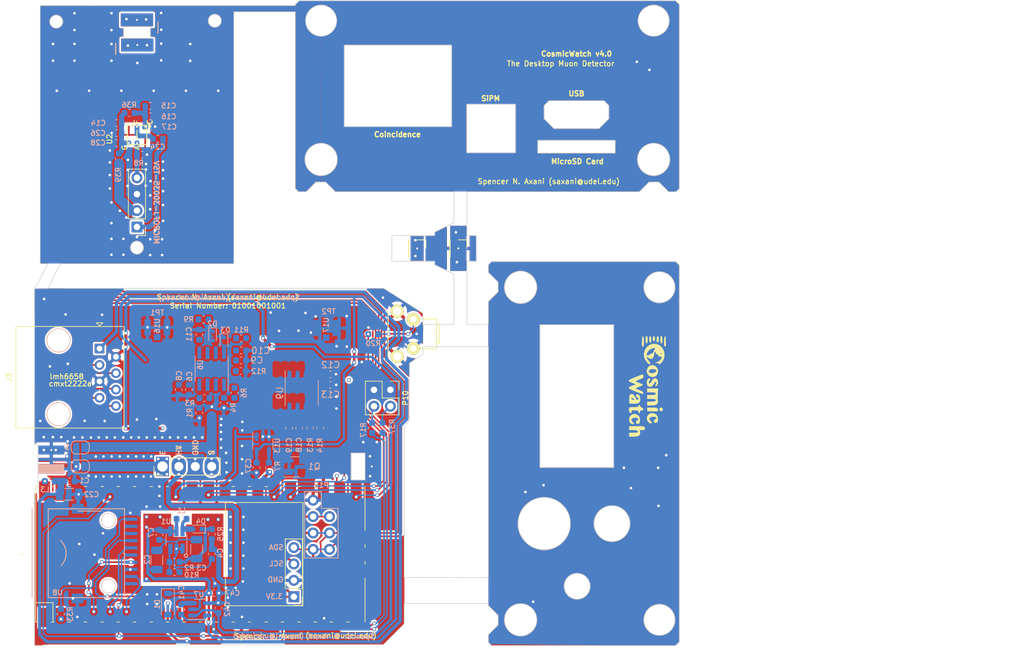
<source format=kicad_pcb>
(kicad_pcb (version 20221018) (generator pcbnew)
  (layers (0 "F.Cu" signal) (31 "B.Cu" signal) (34 "B.Paste" user) (35 "F.Paste" user) (36 "B.SilkS" user "B.Silkscreen") (37 "F.SilkS" user "F.Silkscreen") (38 "B.Mask" user) (39 "F.Mask" user) (44 "Edge.Cuts" user))
  (net 0 "")
  (net 1 "HV")
  (net 2 "SNG1")
  (net 3 "SCL")
  (net 4 "SDA")
  (net 5 "Net-(R20-Pad2)")
  (net 6 "Net-(C14-Pad1)")
  (net 7 "Net-(U13-IN)")
  (net 8 "VCC")
  (net 9 "AMP1")
  (net 10 "3.3V")
  (net 11 "GNDA")
  (net 12 "SiPM")
  (net 13 "CoincidentPin1")
  (net 14 "CoincidentPin2")
  (net 15 "SENSE")
  (net 16 "SCK")
  (net 17 "MOSI")
  (net 18 "MISO")
  (net 19 "CS")
  (net 20 "Net-(P10-P2)")
  (net 21 "Net-(P10-P4)")
  (net 22 "Net-(P3-P1)")
  (net 23 "Net-(P3-P2)")
  (net 24 "Net-(P3-P4)")
  (net 25 "FAST")
  (net 26 "TRG")
  (net 27 "Net-(U7-Cfly-)")
  (net 28 "Net-(U7-Cfly+)")
  (net 29 "Net-(U6--INA)")
  (net 30 "Net-(U6-+INA)")
  (net 31 "Net-(D2-A)")
  (net 34 "Net-(U8-Detect)")
  (net 36 "VBat")
  (net 37 "unconnected-(P13-P1-Pad1)")
  (net 38 "unconnected-(P2-P1-Pad1)")
  (net 39 "Net-(C15-Pad1)")
  (net 40 "unconnected-(P12-P1-Pad1)")
  (net 41 "VBUS")
  (net 42 "Net-(U2-F)")
  (net 43 "Net-(P16-P1)")
  (net 46 "Net-(U5-RUN)")
  (net 49 "VEE")
  (net 50 "Net-(D2-K)")
  (net 54 "TriggerReset1")
  (net 55 "TriggerReset2")
  (net 56 "Net-(U5-GP14)")
  (net 57 "Net-(U5-GP15)")
  (net 58 "Net-(U1-FB)")
  (net 59 "Net-(D4-A)")
  (net 60 "Net-(D4-K)")
  (net 61 "Net-(Q1-D)")
  (net 62 "Net-(U9--INB)")
  (net 63 "Net-(D3-K)")
  (net 64 "unconnected-(U5-ADC0-Pad31)")
  (footprint "MyFootprints:logo" (layer "F.Cu") (at 235.13 89.86 -90)
    (fp_text reference "P19" hide)
    (fp_text value "CONN_01X01" hide)
  )
  (footprint "Connector_PinHeader_2.54mm:PinHeader_1x01_P2.54mm_Vertical" (layer "F.Cu") (at 192.23 102.11 90)
    (fp_text reference "P14" hide)
    (fp_text value "CONN_01X01")
  )
  (footprint "Connector_PinHeader_2.54mm:PinHeader_2x02_P2.54mm_Vertical" (layer "F.Cu") (at 195.105 90.235 -90)
    (fp_text reference "P10")
    (fp_text value "CONN_02X02")
  )
  (footprint "MyFootprints:reset_button" (layer "F.Cu") (at 196.1625 85.06 90)
    (fp_text reference "SW1" hide)
    (fp_text value "RESET" hide)
  )
  (footprint "MyFootprints:PinHeader4_bigger_SiPM" (layer "F.Cu") (at 159.81 102.11 90)
    (fp_text reference "P1" hide)
    (fp_text value "CONN_01X04")
  )
  (footprint "Connector_PinHeader_2.54mm:PinHeader_1x04_P2.54mm_Vertical" (layer "F.Cu") (at 155.855023 65.01363 180)
    (fp_text reference "P3" hide)
    (fp_text value "CONN_01X04")
  )
  (footprint "MyFootprints:SiPM_PCB_Standoff" (layer "F.Cu") (at 155.91 41.79)
    (fp_text reference "P2" hide)
    (fp_text value "CONN_01X01")
  )
  (footprint "Connector_PinHeader_2.54mm:PinHeader_1x04_P2.54mm_Vertical" (layer "F.Cu") (at 180.155 122.285 180)
    (fp_text reference "P4" hide)
    (fp_text value "CONN_01X04")
  )
  (footprint "MyFootprints:RPi_Pico_SMD_TH_noThroughHoles" (layer "F.Cu") (at 165.68 115.71 90)
    (fp_text reference "U5" hide)
    (fp_text value "RasberryPi_Pico")
  )
  (footprint "Connector_PinHeader_2.54mm:PinHeader_1x01_P2.54mm_Vertical" (layer "F.Cu") (at 155.86 32.94)
    (fp_text reference "P12" hide)
    (fp_text value "CONN_01X01")
  )
  (footprint "Connector_PinHeader_2.54mm:PinHeader_1x01_P2.54mm_Vertical" (layer "F.Cu") (at 199.255 68.335 -90)
    (fp_text reference "P13" hide)
    (fp_text value "CONN_01X01")
  )
  (footprint "Connector_PinHeader_2.54mm:PinHeader_1x01_P2.54mm_Vertical" (layer "F.Cu") (at 205.63 68.335 -90)
    (fp_text reference "P11" hide)
    (fp_text value "CONN_01X01")
  )
  (footprint "MyFootprints:GND_circle" (layer "F.Cu") (at 207.48 41.55)
    (fp_text reference "P8" hide)
    (fp_text value "CONN_01X01")
  )
  (footprint "MyFootprints:SiPM_MicroFJ−300XX−TSV" (layer "F.Cu") (at 155.86 50.73 -90)
    (fp_text reference "U2")
    (fp_text value "SiPM_MicroFJ−300XX−TSV")
  )
  (footprint "Connector_RJ:RJ45_OST_PJ012-8P8CX_Vertical" (layer "F.Cu") (at 150.06 83.85 -90)
    (fp_text reference "J3")
    (fp_text value "RJ45")
  )
  (footprint "Capacitor_SMD:C_0603_1608Metric" (layer "B.Cu") (at 142.365 104.39 180)
    (fp_text reference "L3")
    (fp_text value "INDUCTOR")
  )
  (footprint "MyFootprints:GND_circle" (layer "B.Cu") (at 214.12 79.97 90)
    (fp_text reference "P7" hide)
    (fp_text value "CONN_01X01")
  )
  (footprint "Capacitor_SMD:C_0603_1608Metric" (layer "B.Cu") (at 192.455 81.61)
    (fp_text reference "R20")
    (fp_text value "10k")
  )
  (footprint "Capacitor_SMD:C_0603_1608Metric" (layer "B.Cu") (at 166.3 91.505)
    (fp_text reference "R3")
    (fp_text value "49.9")
  )
  (footprint "Capacitor_SMD:C_0603_1608Metric" (layer "B.Cu") (at 144.08 124.96 90)
    (fp_text reference "R33")
    (fp_text value "10k")
  )
  (footprint "Capacitor_SMD:C_0603_1608Metric" (layer "B.Cu") (at 172.005 82.245 180)
    (fp_text reference "R11")
    (fp_text value "100")
  )
  (footprint "MyFootprints:sd_card" (layer "B.Cu") (at 153.92 122.4145 180)
    (fp_text reference "U8")
    (fp_text value "sd_card_socket" hide)
  )
  (footprint "Capacitor_SMD:C_1206_3216Metric" (layer "B.Cu") (at 145.345 106.42)
    (fp_text reference "C22")
    (fp_text value "6.8uF")
  )
  (footprint "Connector_PinHeader_2.54mm:PinHeader_2x04_P2.54mm_Vertical" (layer "B.Cu") (at 185.68 107.33 180)
    (fp_text reference "P15")
    (fp_text value "CONN_02X04")
  )
  (footprint "Capacitor_SMD:C_0603_1608Metric" (layer "B.Cu") (at 170.965 90.7 -90)
    (fp_text reference "R6")
    (fp_text value "10k")
  )
  (footprint "Package_SO:SOIC-8_3.9x4.9mm_P1.27mm" (layer "B.Cu") (at 181.375 90.725 -90)
    (fp_text reference "U9")
    (fp_text value "LMH6658")
  )
  (footprint "Capacitor_SMD:C_0603_1608Metric" (layer "B.Cu") (at 184.245 96.105 90)
    (fp_text reference "R14")
    (fp_text value "100")
  )
  (footprint "Capacitor_SMD:C_0603_1608Metric" (layer "B.Cu") (at 182.665 96.105 90)
    (fp_text reference "R13")
    (fp_text value "10k")
  )
  (footprint "Package_SO:SOIC-8_3.9x4.9mm_P1.27mm" (layer "B.Cu") (at 167.43 86.97 90)
    (fp_text reference "U6")
    (fp_text value "LMH6658")
  )
  (footprint "Capacitor_SMD:C_0603_1608Metric" (layer "B.Cu") (at 171.93 87.325 180)
    (fp_text reference "R12")
    (fp_text value "10k")
  )
  (footprint "Capacitor_SMD:C_0603_1608Metric" (layer "B.Cu") (at 166.165 79.335)
    (fp_text reference "R9")
    (fp_text value "100")
  )
  (footprint "Capacitor_SMD:C_0603_1608Metric" (layer "B.Cu") (at 163.895 90.22 90)
    (fp_text reference "C6")
    (fp_text value "0.1uF")
  )
  (footprint "Capacitor_SMD:C_0603_1608Metric" (layer "B.Cu") (at 174.38 102.295 90)
    (fp_text reference "C37")
    (fp_text value "10nF")
  )
  (footprint "Package_TO_SOT_SMD:SOT-23-5" (layer "B.Cu") (at 175.35 98.64 -90)
    (fp_text reference "U13")
    (fp_text value "TS5A1066")
  )
  (footprint "Capacitor_SMD:C_0603_1608Metric" (layer "B.Cu") (at 157.905023 49.46363)
    (fp_text reference "C17")
    (fp_text value "10p")
  )
  (footprint "Capacitor_SMD:C_0603_1608Metric" (layer "B.Cu") (at 157.930023 47.86363)
    (fp_text reference "C16")
    (fp_text value "10nF")
  )
  (footprint "Capacitor_SMD:C_0603_1608Metric" (layer "B.Cu") (at 157.905023 46.26363)
    (fp_text reference "C15")
    (fp_text value "100n")
  )
  (footprint "Capacitor_SMD:C_0603_1608Metric" (layer "B.Cu") (at 161.665 116.9)
    (fp_text reference "R2")
    (fp_text value "147k")
  )
  (footprint "Capacitor_SMD:C_0603_1608Metric" (layer "B.Cu") (at 159.105023 51.36363 180)
    (fp_text reference "C24")
    (fp_text value "10nF")
  )
  (footprint "Capacitor_SMD:C_0603_1608Metric" (layer "B.Cu") (at 162.765 110.23 180)
    (fp_text reference "L1")
    (fp_text value "15uH")
  )
  (footprint "Capacitor_SMD:C_0603_1608Metric" (layer "B.Cu") (at 162.335 90.22 90)
    (fp_text reference "C8")
    (fp_text value "10nF")
  )
  (footprint "Jumper:SolderJumper-2_P1.3mm_Open_RoundedPad1.0x1.5mm" (layer "B.Cu") (at 147.08 102.11)
    (fp_text reference "P16" hide)
    (fp_text value "CONN_01X02")
  )
  (footprint "MyFootprints:SMA_side_mount_sideways" (layer "B.Cu") (at 142.6 102.46)
    (fp_text reference "U3" hide)
    (fp_text value "MMCX")
  )
  (footprint "Capacitor_SMD:C_0603_1608Metric" (layer "B.Cu") (at 156.630023 53.81363)
    (fp_text reference "R8")
    (fp_text value "10")
  )
  (footprint "Capacitor_SMD:C_0603_1608Metric" (layer "B.Cu") (at 152.705023 52.01363 180)
    (fp_text reference "C28")
    (fp_text value "100n")
  )
  (footprint "Capacitor_SMD:C_0603_1608Metric" (layer "B.Cu") (at 152.705023 48.91363 180)
    (fp_text reference "C14")
    (fp_text value "10p")
  )
  (footprint "Capacitor_SMD:C_0603_1608Metric" (layer "B.Cu") (at 152.705023 50.46363 180)
    (fp_text reference "C26")
    (fp_text value "10nF")
  )
  (footprint "Capacitor_SMD:C_0603_1608Metric" (layer "B.Cu") (at 154.705023 47.36363 180)
    (fp_text reference "R36")
    (fp_text value "10")
  )
  (footprint "MyFootprints:UMCC" (layer "B.Cu") (at 185.155 80.655)
    (fp_text reference "U17")
    (fp_text value "UMCC")
  )
  (footprint "Capacitor_SMD:C_0603_1608Metric" (layer "B.Cu") (at 185.815 89.485 180)
    (fp_text reference "C13")
    (fp_text value "10nF")
  )
  (footprint "Capacitor_SMD:C_0603_1608Metric" (layer "B.Cu") (at 185.845 87.835 180)
    (fp_text reference "C12")
    (fp_text value "0.1uF")
  )
  (footprint "Diode_SMD:D_SOD-523" (layer "B.Cu") (at 167.57 81.8925 -90)
    (fp_text reference "D2")
    (fp_text value "D_Schottky")
  )
  (footprint "Capacitor_SMD:C_0603_1608Metric" (layer "B.Cu") (at 167.445 112.58 90)
    (fp_text reference "R25")
    (fp_text value "100")
  )
  (footprint "Capacitor_SMD:C_0603_1608Metric" (layer "B.Cu") (at 167.445 115.67 -90)
    (fp_text reference "C4")
    (fp_text value "1uF")
  )
  (footprint "Capacitor_SMD:C_0603_1608Metric" (layer "B.Cu") (at 145.42 104.39)
    (fp_text reference "C1")
    (fp_text value "1uF")
  )
  (footprint "Package_TO_SOT_SMD:SOT-23-6_Handsoldering" (layer "B.Cu") (at 161.97 113.495 90)
    (fp_text reference "U1")
    (fp_text value "MAX5026")
  )
  (footprint "Capacitor_SMD:C_1206_3216Metric" (layer "B.Cu") (at 165.095 114.915 90)
    (fp_text reference "C3")
    (fp_text value "2.2uF")
  )
  (footprint "Jumper:SolderJumper-2_P1.3mm_Open_RoundedPad1.0x1.5mm" (layer "B.Cu") (at 147.07 99.16)
    (fp_text reference "P5" hide)
    (fp_text value "CONN_01X02")
  )
  (footprint "Capacitor_SMD:C_0603_1608Metric" (layer "B.Cu") (at 192.28 96.135 90)
    (fp_text reference "R17")
    (fp_text value "100")
  )
  (footprint "Capacitor_SMD:C_0603_1608Metric" (layer "B.Cu") (at 193.88 96.135 -90)
    (fp_text reference "R37")
    (fp_text value "100")
  )
  (footprint "Diode_SMD:D_SOD-523" (layer "B.Cu") (at 169.335 82.815 -90)
    (fp_text reference "D3")
    (fp_text value "D_Schottky")
  )
  (footprint "Capacitor_SMD:C_0603_1608Metric" (layer "B.Cu") (at 159.345 112.69 90)
    (fp_text reference "C7")
    (fp_text value "10nF")
  )
  (footprint "Capacitor_SMD:C_0603_1608Metric" (layer "B.Cu") (at 180.975 96.19 -90)
    (fp_text reference "C18")
    (fp_text value "10nF")
  )
  (footprint "Capacitor_SMD:C_0603_1608Metric" (layer "B.Cu") (at 162.7 124.265 90)
    (fp_text reference "C41")
    (fp_text value "~")
  )
  (footprint "Capacitor_SMD:C_0603_1608Metric" (layer "B.Cu") (at 171.985 84.145 180)
    (fp_text reference "C10")
    (fp_text value "10n")
  )
  (footprint "Package_TO_SOT_SMD:SOT-23-5" (layer "B.Cu") (at 165.5975 124.23)
    (fp_text reference "U7")
    (fp_text value "TPS6040X")
  )
  (footprint "Capacitor_SMD:C_0603_1608Metric" (layer "B.Cu") (at 179.405 96.2 -90)
    (fp_text reference "C19")
    (fp_text value "10n")
  )
  (footprint "Diode_SMD:D_SOD-123" (layer "B.Cu") (at 160.645 123.415 -90)
    (fp_text reference "D1")
    (fp_text value "DIODE")
  )
  (footprint "Capacitor_SMD:C_0603_1608Metric" (layer "B.Cu") (at 153.055023 54.41363 90)
    (fp_text reference "R39")
    (fp_text value "10")
  )
  (footprint "Capacitor_SMD:C_1206_3216Metric" (layer "B.Cu") (at 158.935 116.585 90)
    (fp_text reference "C2")
    (fp_text value "4.7uF")
  )
  (footprint "Capacitor_SMD:C_0603_1608Metric" (layer "B.Cu") (at 168.485 123.995 90)
    (fp_text reference "C42")
    (fp_text value "10uF")
  )
  (footprint "Capacitor_SMD:C_0603_1608Metric" (layer "B.Cu") (at 165.525 93.82 -90)
    (fp_text reference "R1")
    (fp_text value "47k")
  )
  (footprint "MyFootprints:UMCC" (layer "B.Cu") (at 159.005 80.565)
    (fp_text reference "U16")
    (fp_text value "UMCC")
  )
  (footprint "Capacitor_SMD:C_0603_1608Metric" (layer "B.Cu") (at 161.665 118.47 180)
    (fp_text reference "R10")
    (fp_text value "6.65k")
  )
  (footprint "Capacitor_SMD:C_0603_1608Metric" (layer "B.Cu") (at 171.975 85.685)
    (fp_text reference "C9")
    (fp_text value "10nF")
  )
  (footprint "Capacitor_SMD:C_0603_1608Metric" (layer "B.Cu") (at 176.3 102.29 90)
    (fp_text reference "R7")
    (fp_text value "1k")
  )
  (footprint "Capacitor_SMD:C_0603_1608Metric" (layer "B.Cu") (at 169.335 92.25 -90)
    (fp_text reference "R4")
    (fp_text value "1k")
  )
  (footprint "Diode_SMD:D_SOD-523" (layer "B.Cu") (at 165.185 111.8 180)
    (fp_text reference "D4")
    (fp_text value "D_Schottky")
  )
  (footprint "Capacitor_SMD:C_0603_1608Metric" (layer "B.Cu") (at 165.525 81.69 -90)
    (fp_text reference "C11")
    (fp_text value "2nF")
  )
  (footprint "Capacitor_SMD:C_0603_1608Metric" (layer "B.Cu") (at 167.77 121.715 180)
    (fp_text reference "C47")
    (fp_text value "1uF")
  )
  (footprint "Package_TO_SOT_SMD:SOT-23" (layer "B.Cu") (at 180.335 102.165)
    (fp_text reference "Q1")
    (fp_text value "2N7002")
  )
  (gr_line (start 159.110023 33.26363) (end 159.110023 35.01363) (stroke (width 0.15)) (layer "B.SilkS"))
  (gr_line (start 152.560023 38.31363) (end 152.560023 36.56363) (stroke (width 0.15)) (layer "B.SilkS"))
  (gr_circle (center 163.445 115.915) (end 163.295 115.715) (stroke (width 0.15)) (fill none) (layer "B.SilkS"))
  (gr_line (start 138.13 115.71) (end 137.93 115.71) (stroke (width 0.15)) (layer "F.SilkS"))
  (gr_line (start 152.560023 38.21363) (end 152.560023 36.56363) (stroke (width 0.15)) (layer "F.SilkS"))
  (gr_line (start 159.110023 33.36363) (end 159.110023 35.01363) (stroke (width 0.15)) (layer "F.SilkS"))
  (gr_line (start 172.63 129.71) (end 147.48 129.71) (stroke (width 0.1)) (layer "Edge.Cuts"))
  (gr_line (start 146.78 129.71) (end 142.13 129.71) (stroke (width 0.1)) (layer "Edge.Cuts"))
  (gr_line (start 179.13 129.71) (end 172.63 129.71) (stroke (width 0.1)) (layer "Edge.Cuts"))
  (gr_line (start 180.08 129.71) (end 179.13 129.71) (stroke (width 0.1)) (layer "Edge.Cuts"))
  (gr_line (start 180.78 129.71) (end 180.13 129.71) (stroke (width 0.1)) (layer "Edge.Cuts"))
  (gr_line (start 180.13 129.71) (end 180.08 129.71) (stroke (width 0.1)) (layer "Edge.Cuts"))
  (gr_line (start 147.48 129.71) (end 146.78 129.71) (stroke (width 0.1)) (layer "Edge.Cuts"))
  (gr_line (start 181.98 74.51) (end 142.33 74.51) (stroke (width 0.1)) (layer "Edge.Cuts"))
  (gr_line (start 142.13 74.51) (end 142.33 74.51) (stroke (width 0.1)) (layer "Edge.Cuts"))
  (gr_line (start 181.98 74.51) (end 182.98 74.51) (stroke (width 0.1)) (layer "Edge.Cuts"))
  (gr_line (start 194.03 129.71) (end 180.78 129.71) (stroke (width 0.1)) (layer "Edge.Cuts"))
  (gr_line (start 141.13 129.86) (end 139.98 129.86) (stroke (width 0.1)) (layer "Edge.Cuts"))
  (gr_line (start 141.38 129.76) (end 141.13 129.86) (stroke (width 0.1)) (layer "Edge.Cuts"))
  (gr_line (start 141.38 129.76) (end 142.03 129.76) (stroke (width 0.1)) (layer "Edge.Cuts"))
  (gr_line (start 142.03 129.76) (end 142.13 129.71) (stroke (width 0.1)) (layer "Edge.Cuts"))
  (gr_line (start 182.98 74.51) (end 185.18 74.51) (stroke (width 0.1)) (layer "Edge.Cuts"))
  (gr_line (start 139.98 96.36) (end 139.98 80.26) (stroke (width 0.1)) (layer "Edge.Cuts"))
  (gr_line (start 139.98 106.26) (end 139.98 129.86) (stroke (width 0.1)) (layer "Edge.Cuts"))
  (gr_line (start 139.98 80.26) (end 139.98 74.26) (stroke (width 0.1)) (layer "Edge.Cuts"))
  (gr_line (start 197.255 126.485) (end 194.03 129.71) (stroke (width 0.1)) (layer "Edge.Cuts"))
  (gr_line (start 197.255 123.31) (end 197.255 126.485) (stroke (width 0.1)) (layer "Edge.Cuts"))
  (gr_line (start 197.255 123.31) (end 210.28 123.31) (stroke (width 0.1)) (layer "Edge.Cuts"))
  (gr_line (start 210.78 129.86) (end 239.28 129.86) (stroke (width 0.1)) (layer "Edge.Cuts"))
  (gr_line (start 235.13 70.36) (end 210.78 70.36) (stroke (width 0.1)) (layer "Edge.Cuts"))
  (gr_line (start 229.68 80.16) (end 218.28 80.16) (stroke (width 0.1)) (layer "Edge.Cuts"))
  (gr_line (start 218.28 80.16) (end 218.28 102.26) (stroke (width 0.1)) (layer "Edge.Cuts"))
  (gr_line (start 218.28 102.26) (end 229.68 102.26) (stroke (width 0.1)) (layer "Edge.Cuts"))
  (gr_line (start 229.68 102.26) (end 229.68 80.16) (stroke (width 0.1)) (layer "Edge.Cuts"))
  (gr_line (start 210.28 72.06) (end 211.78 73.56) (stroke (width 0.1)) (layer "Edge.Cuts"))
  (gr_line (start 211.78 73.56) (end 211.78 75.06) (stroke (width 0.1)) (layer "Edge.Cuts"))
  (gr_line (start 210.28 128.16) (end 211.78 126.66) (stroke (width 0.1)) (layer "Edge.Cuts"))
  (gr_line (start 211.78 126.66) (end 211.78 125.16) (stroke (width 0.1)) (layer "Edge.Cuts"))
  (gr_line (start 211.78 125.16) (end 210.28 123.66) (stroke (width 0.1)) (layer "Edge.Cuts"))
  (gr_line (start 210.28 70.86) (end 210.28 72.06) (stroke (width 0.1)) (layer "Edge.Cuts"))
  (gr_line (start 210.28 128.16) (end 210.28 129.36) (stroke (width 0.1)) (layer "Edge.Cuts"))
  (gr_line (start 210.28 83.56) (end 210.28 119.31) (stroke (width 0.1)) (layer "Edge.Cuts"))
  (gr_circle (center 224.03 120.66) (end 226.03 120.61) (stroke (width 0.1)) (fill none) (layer "Edge.Cuts"))
  (gr_line (start 239.28 70.36) (end 239.88 70.96) (stroke (width 0.1)) (layer "Edge.Cuts"))
  (gr_line (start 239.28 129.86) (end 239.88 129.26) (stroke (width 0.1)) (layer "Edge.Cuts"))
  (gr_line (start 210.28 70.86) (end 210.78 70.36) (stroke (width 0.1)) (layer "Edge.Cuts"))
  (gr_line (start 210.78 129.86) (end 210.28 129.36) (stroke (width 0.1)) (layer "Edge.Cuts"))
  (gr_line (start 194.08 74.51) (end 185.18 74.51) (stroke (width 0.1)) (layer "Edge.Cuts"))
  (gr_line (start 189.03 100.035) (end 191.18 100.035) (stroke (width 0.1)) (layer "Edge.Cuts"))
  (gr_circle (center 229.43 110.96) (end 232.13 110.31) (stroke (width 0.1)) (fill none) (layer "Edge.Cuts"))
  (gr_line (start 197.255 119.31) (end 197.255 95.81) (stroke (width 0.1)) (layer "Edge.Cuts"))
  (gr_line (start 211.78 75.06) (end 210.28 76.56) (stroke (width 0.1)) (layer "Edge.Cuts"))
  (gr_line (start 200.13 84.71) (end 198.08 86.11) (stroke (width 0.1)) (layer "Edge.Cuts"))
  (gr_line (start 210.28 123.31) (end 210.28 123.66) (stroke (width 0.1)) (layer "Edge.Cuts"))
  (gr_line (start 200.13 83.56) (end 200.13 84.71) (stroke (width 0.1)) (layer "Edge.Cuts"))
  (gr_line (start 189.03 104.185) (end 189.03 100.035) (stroke (width 0.1)) (layer "Edge.Cuts"))
  (gr_line (start 197.88 76.91) (end 200.13 78.36) (stroke (width 0.1)) (layer "Edge.Cuts"))
  (gr_circle (center 167.91 33.07) (end 167.91 34.07) (stroke (width 0.1)) (fill none) (layer "Edge.Cuts"))
  (gr_circle (center 155.855023 68.21363) (end 155.855023 69.21363) (stroke (width 0.1)) (fill none) (layer "Edge.Cuts"))
  (gr_line (start 157.935 33.99) (end 157.935 35.79) (stroke (width 0.1)) (layer "Edge.Cuts"))
  (gr_line (start 157.935 35.79) (end 153.785 35.79) (stroke (width 0.1)) (layer "Edge.Cuts"))
  (gr_line (start 153.785 35.79) (end 153.785 33.99) (stroke (width 0.1)) (layer "Edge.Cuts"))
  (gr_line (start 153.785 33.99) (end 157.935 33.99) (stroke (width 0.1)) (layer "Edge.Cuts"))
  (gr_line (start 148.355023 70.70863) (end 157.055023 70.70863) (stroke (width 0.1)) (layer "Edge.Cuts"))
  (gr_line (start 170.86 70.71) (end 157.055023 70.70863) (stroke (width 0.1)) (layer "Edge.Cuts"))
  (gr_line (start 197.88 76.91) (end 194.08 74.51) (stroke (width 0.1)) (layer "Edge.Cuts"))
  (gr_line (start 204.955 80.11) (end 200.355 80.11) (stroke (width 0.1)) (layer "Edge.Cuts"))
  (gr_line (start 200.13 83.56) (end 210.28 83.56) (stroke (width 0.1)) (layer "Edge.Cuts"))
  (gr_circle (center 215.28 74.36) (end 217.78 74.36) (stroke (width 0.1)) (fill none) (layer "Edge.Cuts"))
  (gr_circle (center 236.78 74.36) (end 239.18 74.36) (stroke (width 0.1)) (fill none) (layer "Edge.Cuts"))
  (gr_circle (center 236.78 125.86) (end 239.18 125.86) (stroke (width 0.1)) (fill none) (layer "Edge.Cuts"))
  (gr_circle (center 215.28 125.86) (end 217.78 125.86) (stroke (width 0.1)) (fill none) (layer "Edge.Cuts"))
  (gr_line (start 139.98 98.76) (end 139.98 96.36) (stroke (width 0.1)) (layer "Edge.Cuts"))
  (gr_line (start 210.28 80.11) (end 210.28 76.56) (stroke (width 0.1)) (layer "Edge.Cuts"))
  (gr_line (start 185.08 58.06) (end 186.58 59.56) (stroke (width 0.1)) (layer "Edge.Cuts"))
  (gr_line (start 183.58 58.06) (end 185.08 58.06) (stroke (width 0.1)) (layer "Edge.Cuts"))
  (gr_line (start 235.18 58.06) (end 233.68 59.56) (stroke (width 0.1)) (layer "Edge.Cuts"))
  (gr_line (start 180.38 31.70863) (end 180.38 59.06) (stroke (width 0.1)) (layer "Edge.Cuts"))
  (gr_line (start 239.88 59.06) (end 239.88 30.56) (stroke (width 0.1)) (layer "Edge.Cuts"))
  (gr_line (start 182.08 59.56) (end 183.58 58.06) (stroke (width 0.1)) (layer "Edge.Cuts"))
  (gr_line (start 238.18 59.56) (end 236.68 58.06) (stroke (width 0.1)) (layer "Edge.Cuts"))
  (gr_line (start 236.68 58.06) (end 235.18 58.06) (stroke (width 0.1)) (layer "Edge.Cuts"))
  (gr_line (start 228.93 47.16) (end 228.93 46.21) (stroke (width 0.1)) (layer "Edge.Cuts"))
  (gr_line (start 228.18 45.46) (end 219.68 45.46) (stroke (width 0.1)) (layer "Edge.Cuts"))
  (gr_line (start 218.93 46.21) (end 218.93 48.26) (stroke (width 0.1)) (layer "Edge.Cuts"))
  (gr_line (start 220.43 49.76) (end 227.43 49.76) (stroke (width 0.1)) (layer "Edge.Cuts"))
  (gr_line (start 228.93 48.26) (end 228.93 47.16) (stroke (width 0.1)) (layer "Edge.Cuts"))
  (gr_line (start 187.98 49.46) (end 204.58 49.46) (stroke (width 0.1)) (layer "Edge.Cuts"))
  (gr_line (start 204.58 36.86) (end 187.98 36.86) (stroke (width 0.1)) (layer "Edge.Cuts"))
  (gr_line (start 187.98 36.86) (end 187.98 49.46) (stroke (width 0.1)) (layer "Edge.Cuts"))
  (gr_line (start 233.48 59.56) (end 206.955 59.56) (stroke (width 0.1)) (layer "Edge.Cuts"))
  (gr_line (start 233.68 59.56) (end 233.48 59.56) (stroke (width 0.1)) (layer "Edge.Cuts"))
  (gr_line (start 204.58 49.46) (end 204.58 36.86) (stroke (width 0.1)) (layer "Edge.Cuts"))
  (gr_line (start 186.58 59.56) (end 204.955 59.56) (stroke (width 0.1)) (layer "Edge.Cuts"))
  (gr_line (start 239.38 59.56) (end 239.88 59.06) (stroke (width 0.1)) (layer "Edge.Cuts"))
  (gr_line (start 180.38 59.06) (end 180.88 59.56) (stroke (width 0.1)) (layer "Edge.Cuts"))
  (gr_line (start 229.93 51.61) (end 229.93 53.56) (stroke (width 0.1)) (layer "Edge.Cuts"))
  (gr_line (start 229.93 53.56) (end 217.93 53.56) (stroke (width 0.1)) (layer "Edge.Cuts"))
  (gr_line (start 217.93 53.56) (end 217.93 51.61) (stroke (width 0.1)) (layer "Edge.Cuts"))
  (gr_line (start 217.93 51.61) (end 229.93 51.61) (stroke (width 0.1)) (layer "Edge.Cuts"))
  (gr_line (start 180.38 30.56) (end 180.98 29.96) (stroke (width 0.1)) (layer "Edge.Cuts"))
  (gr_line (start 239.88 30.56) (end 239.28 29.96) (stroke (width 0.1)) (layer "Edge.Cuts"))
  (gr_line (start 180.98 29.96) (end 239.28 29.96) (stroke (width 0.1)) (layer "Edge.Cuts"))
  (gr_line (start 220.43 49.76) (end 218.93 48.26) (stroke (width 0.1)) (layer "Edge.Cuts"))
  (gr_line (start 227.43 49.76) (end 228.93 48.26) (stroke (width 0.1)) (layer "Edge.Cuts"))
  (gr_line (start 228.93 46.21) (end 228.18 45.46) (stroke (width 0.1)) (layer "Edge.Cuts"))
  (gr_line (start 218.93 46.21) (end 219.68 45.46) (stroke (width 0.1)) (layer "Edge.Cuts"))
  (gr_line (start 238.18 59.56) (end 239.38 59.56) (stroke (width 0.1)) (layer "Edge.Cuts"))
  (gr_circle (center 184.38 33.06) (end 186.78 33.06) (stroke (width 0.1)) (fill none) (layer "Edge.Cuts"))
  (gr_circle (center 184.38 54.56) (end 186.88 54.56) (stroke (width 0.1)) (fill none) (layer "Edge.Cuts"))
  (gr_circle (center 235.88 54.56) (end 238.38 54.56) (stroke (width 0.1)) (fill none) (layer "Edge.Cuts"))
  (gr_circle (center 235.88 33.06) (end 238.28 33.06) (stroke (width 0.1)) (fill none) (layer "Edge.Cuts"))
  (gr_line (start 214.48 53.51) (end 206.93 53.51) (stroke (width 0.1)) (layer "Edge.Cuts"))
  (gr_line (start 214.48 46.01) (end 214.48 53.51) (stroke (width 0.1)) (layer "Edge.Cuts"))
  (gr_line (start 214.48 46.01) (end 206.93 46.01) (stroke (width 0.1)) (layer "Edge.Cuts"))
  (gr_line (start 206.93 53.51) (end 206.93 46.01) (stroke (width 0.1)) (layer "Edge.Cuts"))
  (gr_line (start 140.23 74.26) (end 141.33 72.11) (stroke (width 0.1)) (layer "Edge.Cuts"))
  (gr_line (start 195.355 70.335) (end 201.955 70.335) (stroke (width 0.1)) (layer "Edge.Cuts"))
  (gr_line (start 206.955 66.335) (end 206.955 59.56) (stroke (width 0.1)) (layer "Edge.Cuts"))
  (gr_line (start 206.955 80.11) (end 206.955 70.335) (stroke (width 0.1)) (layer "Edge.Cuts"))
  (gr_line (start 206.955 70.335) (end 208.43 70.335) (stroke (width 0.1)) (layer "Edge.Cuts"))
  (gr_line (start 201.955 66.335) (end 201.955 65.81) (stroke (width 0.1)) (layer "Edge.Cuts"))
  (gr_line (start 206.955 66.335) (end 208.43 66.335) (stroke (width 0.1)) (layer "Edge.Cuts"))
  (gr_line (start 201.955 66.335) (end 195.33 66.335) (stroke (width 0.1)) (layer "Edge.Cuts"))
  (gr_line (start 139.98 98.76) (end 140.53 98.76) (stroke (width 0.1)) (layer "Edge.Cuts"))
  (gr_line (start 201.955 70.86) (end 204.955 72.335) (stroke (width 0.1)) (layer "Edge.Cuts"))
  (gr_line (start 148.355023 70.70863) (end 144.08 70.71) (stroke (width 0.1)) (layer "Edge.Cuts"))
  (gr_line (start 239.13 70.36) (end 239.28 70.36) (stroke (width 0.1)) (layer "Edge.Cuts"))
  (gr_line (start 195.33 66.335) (end 195.33 70.335) (stroke (width 0.1)) (layer "Edge.Cuts"))
  (gr_line (start 148.355023 30.70863) (end 180.38 30.70863) (stroke (width 0.1)) (layer "Edge.Cuts"))
  (gr_line (start 198.63 119.29) (end 197.255 119.31) (stroke (width 0.1)) (layer "Edge.Cuts"))
  (gr_line (start 198.08 86.11) (end 198.08 94.96) (stroke (width 0.1)) (layer "Edge.Cuts"))
  (gr_line (start 191.18 100.035) (end 191.18 104.185) (stroke (width 0.1)) (layer "Edge.Cuts"))
  (gr_line (start 204.955 64.335) (end 204.955 59.56) (stroke (width 0.1)) (layer "Edge.Cuts"))
  (gr_line (start 204.955 80.11) (end 204.955 72.335) (stroke (width 0.1)) (layer "Edge.Cuts"))
  (gr_circle (center 143.355023 33.20863) (end 143.355023 34.20863) (stroke (width 0.1)) (fill none) (layer "Edge.Cuts"))
  (gr_line (start 140.53 106.26) (end 139.98 106.26) (stroke (width 0.1)) (layer "Edge.Cuts"))
  (gr_line (start 201.955 70.335) (end 201.955 70.86) (stroke (width 0.1)) (layer "Edge.Cuts"))
  (gr_line (start 170.86 31.70863) (end 180.38 31.70863) (stroke (width 0.1)) (layer "Edge.Cuts"))
  (gr_line (start 200.13 80.11) (end 200.355 80.11) (stroke (width 0.1)) (layer "Edge.Cuts"))
  (gr_line (start 140.53 98.76) (end 140.53 106.26) (stroke (width 0.1)) (layer "Edge.Cuts"))
  (gr_line (start 195.33 70.335) (end 195.355 70.335) (stroke (width 0.1)) (layer "Edge.Cuts"))
  (gr_line (start 141.33 72.11) (end 142.05 70.71) (stroke (width 0.1)) (layer "Edge.Cuts"))
  (gr_line (start 200.13 78.36) (end 200.13 80.11) (stroke (width 0.1)) (layer "Edge.Cuts"))
  (gr_line (start 180.38 30.70863) (end 180.38 30.56) (stroke (width 0.1)) (layer "Edge.Cuts"))
  (gr_line (start 235.13 70.36) (end 239.13 70.36) (stroke (width 0.1)) (layer "Edge.Cuts"))
  (gr_line (start 140.86 30.71) (end 140.86 70.71) (stroke (width 0.1)) (layer "Edge.Cuts"))
  (gr_line (start 208.43 66.335) (end 208.43 70.335) (stroke (width 0.1)) (layer "Edge.Cuts"))
  (gr_line (start 239.88 70.96) (end 239.88 129.26) (stroke (width 0.1)) (layer "Edge.Cuts"))
  (gr_circle (center 218.93 110.96) (end 222.98 110.91) (stroke (width 0.1)) (fill none) (layer "Edge.Cuts"))
  (gr_line (start 142.13 74.51) (end 143.23 72.11) (stroke (width 0.1)) (layer "Edge.Cuts"))
  (gr_line (start 206.955 80.11) (end 210.28 80.11) (stroke (width 0.1)) (layer "Edge.Cuts"))
  (gr_line (start 191.18 104.185) (end 189.03 104.185) (stroke (width 0.1)) (layer "Edge.Cuts"))
  (gr_line (start 198.63 119.29) (end 210.28 119.31) (stroke (width 0.1)) (layer "Edge.Cuts"))
  (gr_line (start 182.08 59.56) (end 180.88 59.56) (stroke (width 0.1)) (layer "Edge.Cuts"))
  (gr_line (start 198.08 94.96) (end 197.255 95.81) (stroke (width 0.1)) (layer "Edge.Cuts"))
  (gr_line (start 140.86 70.71) (end 142.05 70.71) (stroke (width 0.1)) (layer "Edge.Cuts"))
  (gr_line (start 148.355023 30.70863) (end 140.86 30.71) (stroke (width 0.1)) (layer "Edge.Cuts"))
  (gr_line (start 201.955 65.81) (end 204.955 64.335) (stroke (width 0.1)) (layer "Edge.Cuts"))
  (gr_line (start 170.86 70.71) (end 170.86 31.70863) (stroke (width 0.1)) (layer "Edge.Cuts"))
  (gr_line (start 140.23 74.26) (end 139.98 74.26) (stroke (width 0.1)) (layer "Edge.Cuts"))
  (gr_line (start 144.08 70.71) (end 143.23 72.11) (stroke (width 0.1)) (layer "Edge.Cuts"))
  (gr_text "Spencer N. Axani\n" (at 175.90381 75.9) (layer "B.SilkS") (effects (font (size 0.8 0.8)) (justify mirror)))
  (gr_text "TP1" (at 158.995 78.285) (layer "B.SilkS") (effects (font (size 0.8 0.8)) (justify mirror)))
  (gr_text "S" (at 167.4 99.92 270) (layer "B.SilkS") (effects (font (size 0.8 0.8)) (justify mirror)))
  (gr_text "HV" (at 162.28 99.61 -90) (layer "B.SilkS") (effects (font (size 0.8 0.8)) (justify mirror)))
  (gr_text "(saxani@udel.edu)" (at 164.64381 75.9) (layer "B.SilkS") (effects (font (size 0.8 0.8)) (justify mirror)))
  (gr_text "(saxani@udel.edu)" (at 176.21381 128.31) (layer "B.SilkS") (effects (font (size 0.8 0.8)) (justify mirror)))
  (gr_text "SCL" (at 178.645 117.615) (layer "B.SilkS") (effects (font (size 0.8 0.8) (thickness 0.15) bold) (justify left bottom mirror)))
  (gr_text "S" (at 145.03 99.11) (layer "B.SilkS") (effects (font (size 0.8 0.8) (thickness 0.175)) (justify mirror)))
  (gr_text "TP2" (at 185.545 78.105) (layer "B.SilkS") (effects (font (size 0.8 0.8)) (justify mirror)))
  (gr_text "3.3V" (at 178.545 122.715) (layer "B.SilkS") (effects (font (size 0.8 0.8) (thickness 0.15) bold) (justify left bottom mirror)))
  (gr_text "GND" (at 178.645 120.115) (layer "B.SilkS") (effects (font (size 0.8 0.8) (thickness 0.15) bold) (justify left bottom mirror)))
  (gr_text "MICROFJ-30035-TSV" (at 158.855023 61.21363 -90) (layer "B.SilkS") (effects (font (size 0.8 0.8) (thickness 0.25)) (justify mirror)))
  (gr_text "Spencer N. Axani\n" (at 187.48381 128.42) (layer "B.SilkS") (effects (font (size 0.8 0.8)) (justify mirror)))
  (gr_text "GND" (at 164.89 99.185 -90) (layer "B.SilkS") (effects (font (size 0.8 0.8)) (justify mirror)))
  (gr_text "F\n" (at 159.75 99.99 270) (layer "B.SilkS") (effects (font (size 0.8 0.8)) (justify mirror)))
  (gr_text "SDA\n" (at 178.645 115.115) (layer "B.SilkS") (effects (font (size 0.8 0.8) (thickness 0.15) bold) (justify left bottom mirror)))
  (gr_text "Spencer N. Axani\n" (at 176.18 128.41) (layer "F.SilkS") (effects (font (size 0.8 0.8))))
  (gr_text "(saxani@udel.edu)" (at 187.45 128.3) (layer "F.SilkS") (effects (font (size 0.8 0.8))))
  (gr_text "cmxt2222a" (at 145.53 89.285) (layer "F.SilkS") (effects (font (size 0.8 0.8))))
  (gr_text "Coincidence\n" (at 196.205 50.685) (layer "F.SilkS") (effects (font (size 0.8 0.8) (thickness 0.25))))
  (gr_text "MicroSD Card" (at 224.08 54.86) (layer "F.SilkS") (effects (font (size 0.8 0.8) (thickness 0.25))))
  (gr_text "SiPM" (at 210.63 45.11) (layer "F.SilkS") (effects (font (size 0.8 0.8) (thickness 0.25))))
  (gr_text "CosmicWatch v4.0\n\n" (at 229.53 38.835) (layer "F.SilkS") (effects (font (size 0.8 0.8) (thickness 0.25)) (justify right)))
  (gr_text "USB" (at 223.93 44.36) (layer "F.SilkS") (effects (font (size 0.8 0.8) (thickness 0.25))))
  (gr_text "The Desktop Muon Detector\n" (at 229.88 39.71) (layer "F.SilkS") (effects (font (size 0.8 0.8)) (justify right)))
  (gr_text "Spencer N. Axani (saxani@udel.edu)\n" (at 219.63 57.96) (layer "F.SilkS") (effects (font (size 0.8 0.8))))
  (gr_text "Serial Number: 01001001001" (at 169.94 77.22) (layer "F.SilkS") (effects (font (size 0.8 0.8))))
  (gr_text "HV" (at 162.355 99.61 90) (layer "F.SilkS") (effects (font (size 0.8 0.8))))
  (gr_text "lmh6658\n" (at 144.98 88.185) (layer "F.SilkS") (effects (font (size 0.8 0.8))))
  (gr_text "GND" (at 164.92 99.185 90) (layer "F.SilkS") (effects (font (size 0.8 0.8))))
  (gr_text "F" (at 159.88 99.98 90) (layer "F.SilkS") (effects (font (size 0.8 0.8))))
  (gr_text "S" (at 167.4 99.98 90) (layer "F.SilkS") (effects (font (size 0.8 0.8))))
  (gr_text "Spencer N. Axani\n" (at 164.11 75.88) (layer "F.SilkS") (effects (font (size 0.8 0.8))))
  (gr_text "(saxani@udel.edu)" (at 175.37 75.88) (layer "F.SilkS") (effects (font (size 0.8 0.8))))
  (via (at 162.33 103.31) (size 0.6) (drill 0.4) (layers "F.Cu" "B.Cu") (net 1))
  (via (at 162.36 100.9) (size 0.6) (drill 0.4) (layers "F.Cu" "B.Cu") (net 1))
  (segment (start 171.305 108.885) (end 171.305 119.525) (width 0.75) (layer "B.Cu") (net 1))
  (segment (start 167.845 114.895) (end 167.445 114.895) (width 0.75) (layer "B.Cu") (net 1))
  (segment (start 170.905 119.925) (end 169.145 119.925) (width 0.75) (layer "B.Cu") (net 1))
  (segment (start 171.305 119.525) (end 170.905 119.925) (width 0.75) (layer "B.Cu") (net 1))
  (segment (start 160.73 105.11) (end 160.73 107.65) (width 0.75) (layer "B.Cu") (net 1))
  (segment (start 170.635 108.215) (end 171.305 108.885) (width 0.75) (layer "B.Cu") (net 1))
  (segment (start 162.33 102.13) (end 162.35 102.11) (width 1) (layer "B.Cu") (net 1))
  (segment (start 162.35 103.49) (end 160.73 105.11) (width 0.75) (layer "B.Cu") (net 1))
  (segment (start 168.515 115.565) (end 167.845 114.895) (width 0.75) (layer "B.Cu") (net 1))
  (segment (start 168.515 115.565) (end 168.515 119.295) (width 0.75) (layer "B.Cu") (net 1))
  (segment (start 167.445 113.355) (end 167.445 114.895) (width 0.75) (layer "B.Cu") (net 1))
  (segment (start 168.515 119.295) (end 169.145 119.925) (width 0.75) (layer "B.Cu") (net 1))
  (segment (start 160.73 107.65) (end 161.295 108.215) (width 0.75) (layer "B.Cu") (net 1))
  (segment (start 162.33 103.31) (end 162.33 102.13) (width 1) (layer "B.Cu") (net 1))
  (segment (start 161.295 108.215) (end 170.635 108.215) (width 0.75) (layer "B.Cu") (net 1))
  (via (at 161.87 106.82) (size 0.6) (drill 0.4) (layers "F.Cu" "B.Cu") (net 2))
  (via (at 188.705 88.705) (size 0.6) (drill 0.4) (layers "F.Cu" "B.Cu") (net 2))
  (segment (start 171.105 96.51) (end 171.105 102.96) (width 0.38) (layer "B.Cu") (net 2))
  (segment (start 171.2475 97.5025) (end 171.105 97.36) (width 0.38) (layer "B.Cu") (net 2))
  (segment (start 174.4 97.5025) (end 171.2475 97.5025) (width 0.38) (layer "B.Cu") (net 2))
  (segment (start 169.33 104.735) (end 162.98 104.735) (width 0.38) (layer "B.Cu") (net 2))
  (segment (start 162.98 104.735) (end 161.87 105.845) (width 0.38) (layer "B.Cu") (net 2))
  (segment (start 161.87 105.845) (end 161.87 106.82) (width 0.38) (layer "B.Cu") (net 2))
  (segment (start 171.105 102.96) (end 169.33 104.735) (width 0.38) (layer "B.Cu") (net 2))
  (segment (start 184.315 122.475) (end 184.315 114.085) (width 0.25) (layer "F.Cu") (net 3))
  (segment (start 190.98001 75.46001) (end 145.116386 75.46001) (width 0.25) (layer "F.Cu") (net 3))
  (segment (start 140.88 89.123604) (end 142.366396 90.61) (width 0.25) (layer "F.Cu") (net 3))
  (segment (start 182.19 124.6) (end 184.315 122.475) (width 0.25) (layer "F.Cu") (net 3))
  (segment (start 142.366396 90.61) (end 145.33 90.61) (width 0.25) (layer "F.Cu") (net 3))
  (segment (start 178.745 113.415) (end 179.75 112.41) (width 0.38) (layer "F.Cu") (net 3))
  (segment (start 145.33 90.61) (end 146.1975 91.4775) (width 0.25) (layer "F.Cu") (net 3))
  (segment (start 184.245 114.015) (end 184.245 113.845) (width 0.25) (layer "F.Cu") (net 3))
  (segment (start 145.116386 75.46001) (end 140.88 79.696396) (width 0.25) (layer "F.Cu") (net 3))
  (segment (start 140.88 79.696396) (end 140.88 89.123604) (width 0.25) (layer "F.Cu") (net 3))
  (segment (start 197.355 94.498604) (end 197.355 89.035) (width 0.25) (layer "F.Cu") (net 3))
  (segment (start 185.68 112.41) (end 196.15 112.41) (width 0.25) (layer "F.Cu") (net 3))
  (segment (start 193.73 78.21) (end 190.98001 75.46001) (width 0.25) (layer "F.Cu") (net 3))
  (segment (start 196.355 95.498604) (end 197.355 94.498604) (width 0.25) (layer "F.Cu") (net 3))
  (segment (start 196.355 112.205) (end 196.355 95.498604) (width 0.25) (layer "F.Cu") (net 3))
  (segment (start 179.75 112.41) (end 183.14 112.41) (width 0.38) (layer "F.Cu") (net 3))
  (segment (start 197.355 89.035) (end 193.73 85.41) (width 0.25) (layer "F.Cu") (net 3))
  (segment (start 146.1975 91.4775) (end 146.205 91.47) (width 0.25) (layer "F.Cu") (net 3))
  (segment (start 180.155 117.205) (end 178.745 115.795) (width 0.38) (layer "F.Cu") (net 3))
  (segment (start 178.745 115.795) (end 178.745 113.415) (width 0.38) (layer "F.Cu") (net 3))
  (segment (start 196.15 112.41) (end 196.355 112.205) (width 0.25) (layer "F.Cu") (net 3))
  (segment (start 182.19 126.85) (end 182.19 124.6) (width 0.25) (layer "F.Cu") (net 3))
  (segment (start 146.205 91.47) (end 150.06 91.47) (width 0.25) (layer "F.Cu") (net 3))
  (segment (start 193.73 85.41) (end 193.73 78.21) (width 0.25) (layer "F.Cu") (net 3))
  (segment (start 184.315 114.085) (end 184.245 114.015) (width 0.25) (layer "F.Cu") (net 3))
  (segment (start 184.245 113.845) (end 185.68 112.41) (width 0.25) (layer "F.Cu") (net 3))
  (segment (start 183.14 112.41) (end 185.68 112.41) (width 0.25) (layer "B.Cu") (net 3))
  (segment (start 196.291396 112.935) (end 187.425 112.935) (width 0.25) (layer "F.Cu") (net 4))
  (segment (start 144.93 75.01) (end 191.28 75.01) (width 0.25) (layer "F.Cu") (net 4))
  (segment (start 194.18 77.91) (end 194.18 85.11) (width 0.25) (layer "F.Cu") (net 4))
  (segment (start 186.545 114.085) (end 185.68 114.95) (width 0.25) (layer "F.Cu") (net 4))
  (segment (start 197.805 94.685) (end 196.805 95.685) (width 0.25) (layer "F.Cu") (net 4))
  (segment (start 191.28 75.01) (end 194.18 77.91) (width 0.25) (layer "F.Cu") (net 4))
  (segment (start 152.6 92.74) (end 146.725 92.74) (width 0.25) (layer "F.Cu") (net 4))
  (segment (start 183.14 121.78) (end 183.14 114.95) (width 0.38) (layer "F.Cu") (net 4))
  (segment (start 186.545 113.815) (end 186.545 114.085) (width 0.25) (layer "F.Cu") (net 4))
  (segment (start 142.18 91.06) (end 140.43 89.31) (width 0.25) (layer "F.Cu") (net 4))
  (segment (start 197.805 88.735) (end 197.805 94.685) (width 0.25) (layer "F.Cu") (net 4))
  (segment (start 187.425 112.935) (end 186.545 113.815) (width 0.25) (layer "F.Cu") (net 4))
  (segment (start 146.725 92.74) (end 146.7175 92.7475) (width 0.25) (layer "F.Cu") (net 4))
  (segment (start 180.64 123.61) (end 181.31 123.61) (width 0.38) (layer "F.Cu") (net 4))
  (segment (start 140.43 89.31) (end 140.43 79.51) (width 0.25) (layer "F.Cu") (net 4))
  (segment (start 196.805 95.685) (end 196.805 112.421396) (width 0.25) (layer "F.Cu") (net 4))
  (segment (start 145.03 91.06) (end 142.18 91.06) (width 0.25) (layer "F.Cu") (net 4))
  (segment (start 194.18 85.11) (end 197.805 88.735) (width 0.25) (layer "F.Cu") (net 4))
  (segment (start 179.65 124.6) (end 180.64 123.61) (width 0.38) (layer "F.Cu") (net 4))
  (segment (start 180.44 114.95) (end 180.155 114.665) (width 0.25) (layer "F.Cu") (net 4))
  (segment (start 181.31 123.61) (end 183.14 121.78) (width 0.38) (layer "F.Cu") (net 4))
  (segment (start 196.805 112.421396) (end 196.291396 112.935) (width 0.25) (layer "F.Cu") (net 4))
  (segment (start 146.7175 92.7475) (end 145.03 91.06) (width 0.25) (layer "F.Cu") (net 4))
  (segment (start 183.14 114.95) (end 180.44 114.95) (width 0.25) (layer "F.Cu") (net 4))
  (segment (start 140.43 79.51) (end 144.93 75.01) (width 0.25) (layer "F.Cu") (net 4))
  (segment (start 183.14 114.95) (end 185.68 114.95) (width 0.25) (layer "B.Cu") (net 4))
  (segment (start 195.48 81.56) (end 194.862297 81.56) (width 0.25) (layer "F.Cu") (net 5))
  (segment (start 197.855 81.56) (end 195.48 81.56) (width 0.25) (layer "F.Cu") (net 5))
  (segment (start 194.862297 81.56) (end 194.830228 81.592069) (width 0.25) (layer "F.Cu") (net 5))
  (via (at 194.830228 81.592069) (size 0.6) (drill 0.4) (layers "F.Cu" "B.Cu") (net 5))
  (via (at 197.855 81.56) (size 0.6) (drill 0.4) (layers "F.Cu" "B.Cu") (net 5))
  (segment (start 198.6625 80.9025) (end 198.255 81.31) (width 0.25) (layer "B.Cu") (net 5))
  (segment (start 198.6625 79.31) (end 198.6625 80.9025) (width 0.25) (layer "B.Cu") (net 5))
  (segment (start 198.005 81.56) (end 197.855 81.56) (width 0.25) (layer "B.Cu") (net 5))
  (segment (start 198.255 81.31) (end 198.005 81.56) (width 0.25) (layer "B.Cu") (net 5))
  (segment (start 194.830228 81.592069) (end 193.247931 81.592069) (width 0.25) (layer "B.Cu") (net 5))
  (segment (start 153.480023 50.46363) (end 153.480023 52.01363) (width 0.75) (layer "B.Cu") (net 6))
  (segment (start 153.480023 48.91363) (end 153.480023 50.46363) (width 0.75) (layer "B.Cu") (net 6))
  (segment (start 153.480023 53.21363) (end 153.055023 53.63863) (width 0.75) (layer "B.Cu") (net 6))
  (segment (start 153.505023 51.98863) (end 153.480023 52.01363) (width 0.75) (layer "B.Cu") (net 6))
  (segment (start 153.480023 47.81363) (end 153.930023 47.36363) (width 0.75) (layer "B.Cu") (net 6))
  (segment (start 153.480023 52.01363) (end 153.480023 53.21363) (width 0.75) (layer "B.Cu") (net 6))
  (segment (start 154.605023 51.98863) (end 153.505023 51.98863) (width 0.75) (layer "B.Cu") (net 6))
  (segment (start 153.480023 48.91363) (end 153.480023 47.81363) (width 0.75) (layer "B.Cu") (net 6))
  (segment (start 176.3 99.7775) (end 176.3 101.515) (width 0.5) (layer "B.Cu") (net 7))
  (segment (start 166.995 121.715) (end 166.995 126.165) (width 0.38) (layer "F.Cu") (net 8))
  (segment (start 166.995 126.165) (end 166.945 126.215) (width 0.38) (layer "F.Cu") (net 8))
  (segment (start 189.505 84.295) (end 189.505 85.995) (width 0.4) (layer "F.Cu") (net 8))
  (via (at 189.505 85.995) (size 0.6) (drill 0.4) (layers "F.Cu" "B.Cu") (net 8))
  (via (at 189.505 84.295) (size 0.6) (drill 0.4) (layers "F.Cu" "B.Cu") (net 8))
  (via (at 166.995 121.715) (size 0.6) (drill 0.4) (layers "F.Cu" "B.Cu") (net 8))
  (via (at 166.945 126.215) (size 0.6) (drill 0.4) (layers "F.Cu" "B.Cu") (net 8))
  (segment (start 153.38 81.835) (end 153.38 81.785) (width 0.5) (layer "B.Cu") (net 8))
  (segment (start 195.78 82.01) (end 195.78 80.779238) (width 0.4) (layer "B.Cu") (net 8))
  (segment (start 158.935 118.06) (end 158.98 118.06) (width 0.38) (layer "B.Cu") (net 8))
  (segment (start 159.345 111.915) (end 158.245 111.915) (width 0.5) (layer "B.Cu") (net 8))
  (segment (start 161.97 112.145) (end 161.02 112.145) (width 0.5) (layer "B.Cu") (net 8))
  (segment (start 195.98 120.66) (end 195.98 125.790762) (width 0.4) (layer "B.Cu") (net 8))
  (segment (start 174.4 99.7775) (end 174.4125 99.7775) (width 0.5) (layer "B.Cu") (net 8))
  (segment (start 193.855 83.935) (end 195.78 82.01) (width 0.4) (layer "B.Cu") (net 8))
  (segment (start 185.7 128.61) (end 174.555 128.61) (width 0.4) (layer "B.Cu") (net 8))
  (segment (start 187.9025 97.7375) (end 187.9025 87.7625) (width 0.4) (layer "B.Cu") (net 8))
  (segment (start 195.78 80.779238) (end 190.785762 75.785) (width 0.4) (layer "B.Cu") (net 8))
  (segment (start 158.98 118.06) (end 159.005 118.085) (width 0.38) (layer "B.Cu") (net 8))
  (segment (start 158.89 118.015) (end 158.935 118.06) (width 0.5) (layer "B.Cu") (net 8))
  (segment (start 154.455 75.96) (end 154.63 75.785) (width 0.5) (layer "B.Cu") (net 8))
  (segment (start 189.505 86.16) (end 188.447878 87.217122) (width 0.4) (layer "B.Cu") (net 8))
  (segment (start 196.98 94.540762) (end 196.98 88.978705) (width 0.4) (layer "B.Cu") (net 8))
  (segment (start 188.33 75.785) (end 179.505 75.785) (width 0.4) (layer "B.Cu") (net 8))
  (segment (start 167.63 128.61) (end 167.39 128.37) (width 0.4) (layer "B.Cu") (net 8))
  (segment (start 153.38 81.785) (end 153.38 77.035) (width 0.5) (layer "B.Cu") (net 8))
  (segment (start 166.645 119.515) (end 167.045 119.915) (width 0.5) (layer "B.Cu") (net 8))
  (segment (start 186.98 98.66) (end 187.9025 97.7375) (width 0.4) (layer "B.Cu") (net 8))
  (segment (start 161.99 110.23) (end 161.99 112.125) (width 0.5) (layer "B.Cu") (net 8))
  (segment (start 154.63 75.785) (end 168.38 75.785) (width 0.5) (layer "B.Cu") (net 8))
  (segment (start 168.38 75.785) (end 179.505 75.785) (width 0.5) (layer "B.Cu") (net 8))
  (segment (start 153.38 77.035) (end 154.455 75.96) (width 0.5) (layer "B.Cu") (net 8))
  (segment (start 167.045 119.915) (end 167.045 121.665) (width 0.5) (layer "B.Cu") (net 8))
  (segment (start 195.98 95.540762) (end 196.98 94.540762) (width 0.4) (layer "B.Cu") (net 8))
  (segment (start 195.98 120.66) (end 195.98 95.540762) (width 0.4) (layer "B.Cu") (net 8))
  (segment (start 165.565 122.795) (end 165.6 122.83) (width 0.38) (layer "B.Cu") (net 8))
  (segment (start 187.9025 87.7625) (end 188.447878 87.217122) (width 0.4) (layer "B.Cu") (net 8))
  (segment (start 193.160762 128.61) (end 185.7 128.61) (width 0.4) (layer "B.Cu") (net 8))
  (segment (start 158.445 119.515) (end 166.645 119.515) (width 0.5) (layer "B.Cu") (net 8))
  (segment (start 157.545 118.015) (end 158.89 118.015) (width 0.5) (layer "B.Cu") (net 8))
  (segment (start 165.565 122.795) (end 166.645 121.715) (width 0.38) (layer "B.Cu") (net 8))
  (segment (start 193.855 85.853705) (end 193.855 83.935) (width 0.4) (layer "B.Cu") (net 8))
  (segment (start 174.4125 99.7775) (end 175.53 98.66) (width 0.4) (layer "B.Cu") (net 8))
  (segment (start 165.6 123.94) (end 165.31 124.23) (width 0.38) (layer "B.Cu") (net 8))
  (segment (start 189.48 75.785) (end 188.33 75.785) (width 0.4) (layer "B.Cu") (net 8))
  (segment (start 157.645 112.515) (end 157.545 112.615) (width 0.5) (layer "B.Cu") (net 8))
  (segment (start 158.245 111.915) (end 157.645 112.515) (width 0.5) (layer "B.Cu") (net 8))
  (segment (start 165.31 124.23) (end 164.46 124.23) (width 0.38) (layer "B.Cu") (net 8))
  (segment (start 174.38 99.7975) (end 174.4 99.7775) (width 0.5) (layer "B.Cu") (net 8))
  (segment (start 157.545 118.015) (end 157.545 118.615) (width 0.5) (layer "B.Cu") (net 8))
  (segment (start 175.53 98.66) (end 186.98 98.66) (width 0.4) (layer "B.Cu") (net 8))
  (segment (start 189.505 75.81) (end 189.48 75.785) (width 0.25) (layer "B.Cu") (net 8))
  (segment (start 160.645 121.765) (end 166.945 121.765) (width 0.38) (layer "B.Cu") (net 8))
  (segment (start 157.545 118.615) (end 158.445 119.515) (width 0.5) (layer "B.Cu") (net 8))
  (segment (start 160.685 121.725) (end 160.645 121.765) (width 0.38) (layer "B.Cu") (net 8))
  (segment (start 157.195 85.65) (end 153.38 81.835) (width 0.5) (layer "B.Cu") (net 8))
  (segment (start 167.045 121.665) (end 166.995 121.715) (width 0.5) (layer "B.Cu") (net 8))
  (segment (start 166.945 127.925) (end 167.39 128.37) (width 0.38) (layer "B.Cu") (net 8))
  (segment (start 166.945 126.215) (end 166.945 127.925) (width 0.38) (layer "B.Cu") (net 8))
  (segment (start 166.645 121.715) (end 166.995 121.715) (width 0.38) (layer "B.Cu") (net 8))
  (segment (start 196.98 88.978705) (end 193.855 85.853705) (width 0.4) (layer "B.Cu") (net 8))
  (segment (start 161.02 112.145) (end 159.575 112.145) (width 0.75) (layer "B.Cu") (net 8))
  (segment (start 189.505 84.295) (end 189.505 75.81) (width 0.4) (layer "B.Cu") (net 8))
  (segment (start 165.6 122.83) (end 165.6 123.94) (width 0.38) (layer "B.Cu") (net 8))
  (segment (start 174.38 101.52) (end 174.38 99.7975) (width 0.4) (layer "B.Cu") (net 8))
  (segment (start 157.545 112.615) (end 157.545 118.015) (width 0.5) (layer "B.Cu") (net 8))
  (segment (start 174.555 128.61) (end 167.63 128.61) (width 0.4) (layer "B.Cu") (net 8))
  (segment (start 190.785762 75.785) (end 189.48 75.785) (width 0.4) (layer "B.Cu") (net 8))
  (segment (start 166.945 121.765) (end 166.995 121.715) (width 0.38) (layer "B.Cu") (net 8))
  (segment (start 189.505 85.995) (end 189.505 86.16) (width 0.4) (layer "B.Cu") (net 8))
  (segment (start 195.98 125.790762) (end 193.160762 128.61) (width 0.4) (layer "B.Cu") (net 8))
  (segment (start 185.68 109.87) (end 183.14 109.87) (width 0.25) (layer "F.Cu") (net 10))
  (segment (start 153 123.58) (end 153 128.240475) (width 0.25) (layer "F.Cu") (net 10))
  (segment (start 151.69 106.82) (end 151.68 106.81) (width 0.25) (layer "F.Cu") (net 10))
  (segment (start 178.145 112.415) (end 180.69 109.87) (width 0.38) (layer "F.Cu") (net 10))
  (segment (start 178.145 120.275) (end 178.145 112.415) (width 0.38) (layer "F.Cu") (net 10))
  (segment (start 169.32 129.29) (end 178.345 129.29) (width 0.25) (layer "F.Cu") (net 10))
  (segment (start 180.69 109.87) (end 183.14 109.87) (width 0.38) (layer "F.Cu") (net 10))
  (segment (start 169.22 129.19) (end 169.32 129.29) (width 0.25) (layer "F.Cu") (net 10))
  (segment (start 178.345 122.995) (end 179.055 122.285) (width 0.25) (layer "F.Cu") (net 10))
  (segment (start 179.055 122.285) (end 180.155 122.285) (width 0.25) (layer "F.Cu") (net 10))
  (segment (start 166.17 128.34) (end 168.37 128.34) (width 0.25) (layer "F.Cu") (net 10))
  (segment (start 153 128.240475) (end 153.120025 128.3605) (width 0.25) (layer "F.Cu") (net 10))
  (segment (start 151.71 106.82) (end 151.69 106.82) (width 0.25) (layer "F.Cu") (net 10))
  (segment (start 180.155 122.285) (end 178.145 120.275) (width 0.38) (layer "F.Cu") (net 10))
  (segment (start 168.37 128.34) (end 169.22 129.19) (width 0.25) (layer "F.Cu") (net 10))
  (segment (start 178.345 129.29) (end 178.345 122.995) (width 0.25) (layer "F.Cu") (net 10))
  (via (at 153.120025 128.3605) (size 0.6) (drill 0.4) (layers "F.Cu" "B.Cu") (net 10))
  (via (at 166.17 128.34) (size 0.6) (drill 0.4) (layers "F.Cu" "B.Cu") (net 10))
  (via (at 153 123.58) (size 0.6) (drill 0.4) (layers "F.Cu" "B.Cu") (net 10))
  (via (at 151.68 106.81) (size 0.6) (drill 0.4) (layers "F.Cu" "B.Cu") (net 10))
  (segment (start 141.355 112.335) (end 141.355 127.921828) (width 0.25) (layer "B.Cu") (net 10))
  (segment (start 153.48 123.1) (end 153.48 116.51) (width 0.25) (layer "B.Cu") (net 10))
  (segment (start 166.1495 128.3605) (end 166.17 128.34) (width 0.25) (layer "B.Cu") (net 10))
  (segment (start 166.1295 128.3605) (end 166.1495 128.3605) (width 0.25) (layer "B.Cu") (net 10))
  (segment (start 141.355 127.921828) (end 141.843172 128.41) (width 0.25) (layer "B.Cu") (net 10))
  (segment (start 148.33 110.16) (end 143.53 110.16) (width 0.25) (layer "B.Cu") (net 10))
  (segment (start 141.843172 128.41) (end 153.070525 128.41) (width 0.25) (layer "B.Cu") (net 10))
  (segment (start 153.48 116.51) (end 154.17 115.82) (width 0.25) (layer "B.Cu") (net 10))
  (segment (start 143.53 110.16) (end 141.355 112.335) (width 0.25) (layer "B.Cu") (net 10))
  (segment (start 153 123.58) (end 153.48 123.1) (width 0.25) (layer "B.Cu") (net 10))
  (segment (start 151.68 106.81) (end 148.33 110.16) (width 0.25) (layer "B.Cu") (net 10))
  (segment (start 153.070525 128.41) (end 153.120025 128.3605) (width 0.25) (layer "B.Cu") (net 10))
  (segment (start 154.17 115.82) (end 154.92 115.82) (width 0.25) (layer "B.Cu") (net 10))
  (segment (start 153.120025 128.3605) (end 166.1295 128.3605) (width 0.25) (layer "B.Cu") (net 10))
  (segment (start 157.13 52.005) (end 157.13 53.538607) (width 0.25) (layer "F.Cu") (net 11))
  (segment (start 196.1625 78.06) (end 194.8045 79.418) (width 0.25) (layer "F.Cu") (net 11))
  (segment (start 159.33 104.96) (end 159.33 106.82) (width 0.25) (layer "F.Cu") (net 11))
  (segment (start 146.63 124.6) (end 146.63 123.21) (width 0.25) (layer "F.Cu") (net 11))
  (segment (start 152.211393 50.745) (end 151.930023 50.46363) (width 0.25) (layer "F.Cu") (net 11))
  (segment (start 146.63 106.82) (end 146.63 106.61) (width 1) (layer "F.Cu") (net 11))
  (segment (start 154.61 50.745) (end 154.61 49.485) (width 0.25) (layer "F.Cu") (net 11))
  (segment (start 184.73 124.6) (end 184.73 125.5) (width 0.25) (layer "F.Cu") (net 11))
  (segment (start 154.61 50.745) (end 152.211393 50.745) (width 0.25) (layer "F.Cu") (net 11))
  (segment (start 194.8045 79.418) (end 194.8045 80.792981) (width 0.25) (layer "F.Cu") (net 11))
  (segment (start 146.63 106.61) (end 146.82 106.42) (width 1) (layer "F.Cu") (net 11))
  (segment (start 184.73 125.5) (end 184.845 125.615) (width 0.25) (layer "F.Cu") (net 11))
  (segment (start 157.13 53.538607) (end 157.405023 53.81363) (width 0.25) (layer "F.Cu") (net 11))
  (segment (start 184.73 126.66) (end 184.735 126.665) (width 0.25) (layer "F.Cu") (net 11))
  (segment (start 184.73 125.73) (end 184.73 126.66) (width 0.25) (layer "F.Cu") (net 11))
  (segment (start 184.845 125.615) (end 184.73 125.73) (width 0.25) (layer "F.Cu") (net 11))
  (segment (start 146.63 123.21) (end 145.955 122.535) (width 0.25) (layer "F.Cu") (net 11))
  (segment (start 157.13 50.745) (end 154.61 50.745) (width 0.25) (layer "F.Cu") (net 11))
  (segment (start 157.13 52.005) (end 157.13 50.745) (width 0.25) (layer "F.Cu") (net 11))
  (segment (start 191.98 103.61) (end 191.905 103.685) (width 0.25) (layer "F.Cu") (net 11))
  (segment (start 158.03 103.66) (end 159.33 104.96) (width 0.25) (layer "F.Cu") (net 11))
  (via (at 149.28 115.76) (size 0.6) (drill 0.4) (layers "F.Cu" "B.Cu") (net 11))
  (via (at 146.93 114.11) (size 0.6) (drill 0.4) (layers "F.Cu" "B.Cu") (net 11))
  (via (at 144.13 97.56) (size 0.6) (drill 0.4) (layers "F.Cu" "B.Cu") (net 11))
  (via (at 149.93 97.61) (size 0.6) (drill 0.4) (layers "F.Cu" "B.Cu") (net 11))
  (via (at 152.43 97.61) (size 0.6) (drill 0.4) (layers "F.Cu" "B.Cu") (net 11))
  (via (at 153.73 97.61) (size 0.6) (drill 0.4) (layers "F.Cu" "B.Cu") (net 11))
  (via (at 154.98 97.61) (size 0.6) (drill 0.4) (layers "F.Cu" "B.Cu") (net 11))
  (via (at 156.13 97.61) (size 0.6) (drill 0.4) (layers "F.Cu" "B.Cu") (net 11))
  (via (at 145.43 120.21) (size 0.6) (drill 0.4) (layers "F.Cu" "B.Cu") (net 11))
  (via (at 157.205023 58.61363) (size 0.6) (drill 0.4) (layers "F.Cu" "B.Cu") (net 11))
  (via (at 155.855023 66.56363) (size 0.6) (drill 0.4) (layers "F.Cu" "B.Cu") (net 11))
  (via (at 153.755023 66.86363) (size 0.6) (drill 0.4) (layers "F.Cu" "B.Cu") (net 11))
  (via (at 153.755023 69.31363) (size 0.6) (drill 0.4) (layers "F.Cu" "B.Cu") (net 11))
  (via (at 157.255023 56.11363) (size 0.6) (drill 0.4) (layers "F.Cu" "B.Cu") (net 11))
  (via (at 154.455023 56.16363) (size 0.6) (drill 0.4) (layers "F.Cu" "B.Cu") (net 11))
  (via (at 154.405023 58.66363) (size 0.6) (drill 0.4) (layers "F.Cu" "B.Cu") (net 11))
  (via (at 151.905023 69.31363) (size 0.6) (drill 0.4) (layers "F.Cu" "B.Cu") (net 11))
  (via (at 157.255023 55.26363) (size 0.6) (drill 0.4) (layers "F.Cu" "B.Cu") (net 11))
  (via (at 154.455023 54.61363) (size 0.6) (drill 0.4) (layers "F.Cu" "B.Cu") (net 11))
  (via (at 154.205023 63.56363) (size 0.6) (drill 0.4) (layers "F.Cu" "B.Cu") (net 11))
  (via (at 151.18 97.61) (size 0.6) (drill 0.4) (layers "F.Cu" "B.Cu") (net 11))
  (via (at 153.205023 62.51363) (size 0.6) (drill 0.4) (layers "F.Cu" "B.Cu") (net 11))
  (via (at 151.905023 61.21363) (size 0.6) (drill 0.4) (layers "F.Cu" "B.Cu") (net 11))
  (via (at 157.905023 69.36363) (size 0.6) (drill 0.4) (layers "F.Cu" "B.Cu") (net 11))
  (via (at 157.905023 66.91363) (size 0.6) (drill 0.4) (layers "F.Cu" "B.Cu") (net 11))
  (via (at 159.755023 69.36363) (size 0.6) (drill 0.4) (layers "F.Cu" "B.Cu") (net 11))
  (via (at 159.755023 66.91363) (size 0.6) (drill 0.4) (layers "F.Cu" "B.Cu") (net 11))
  (via (at 151.655023 59.06363) (size 0.6) (drill 0.4) (layers "F.Cu" "B.Cu") (net 11))
  (via (at 151.655023 56.96363) (size 0.6) (drill 0.4) (layers "F.Cu" "B.Cu") (net 11))
  (via (at 151.655023 55.01363) (size 0.6) (drill 0.4) (layers "F.Cu" "B.Cu") (net 11))
  (via (at 151.655023 53.16363) (size 0.6) (drill 0.4) (layers "F.Cu" "B.Cu") (net 11))
  (via (at 151.905023 66.86363) (size 0.6) (drill 0.4) (layers "F.Cu" "B.Cu") (net 11))
  (via (at 151.905023 64.41363) (size 0.6) (drill 0.4) (layers "F.Cu" "B.Cu") (net 11))
  (via (at 158.655023 65.56363) (size 0.6) (drill 0.4) (layers "F.Cu" "B.Cu") (net 11))
  (via (at 159.905023 64.06363) (size 0.6) (drill 0.4) (layers "F.Cu" "B.Cu") (net 11))
  (via (at 159.905023 61.61363) (size 0.6) (drill 0.4) (layers "F.Cu" "B.Cu") (net 11))
  (via (at 159.905023 59.46363) (size 0.6) (drill 0.4) (layers "F.Cu" "B.Cu") (net 11))
  (via (at 159.905023 57.51363) (size 0.6) (drill 0.4) (layers "F.Cu" "B.Cu") (net 11))
  (via (at 157.955023 57.91363) (size 0.6) (drill 0.4) (layers "F.Cu" "B.Cu") (net 11))
  (via (at 157.905023 60.11363) (size 0.6) (drill 0.4) (layers "F.Cu" "B.Cu") (net 11))
  (via (at 157.905023 62.26363) (size 0.6) (drill 0.4) (layers "F.Cu" "B.Cu") (net 11))
  (via (at 159.905023 56.21363) (size 0.6) (drill 0.4) (layers "F.Cu" "B.Cu") (net 11))
  (via (at 186.78 83.485) (size 0.6) (drill 0.4) (layers "F.Cu" "B.Cu") (net 11))
  (via (at 194.8045 80.792981) (size 0.6) (drill 0.4) (layers "F.Cu" "B.Cu") (net 11))
  (via (at 193.955 75.96) (size 0.6) (drill 0.4) (layers "F.Cu" "B.Cu") (net 11))
  (via (at 158.63 97.61) (size 0.6) (drill 0.4) (layers "F.Cu" "B.Cu") (net 11))
  (via (at 157.345 119.515) (size 0.6) (drill 0.4) (layers "F.Cu" "B.Cu") (net 11))
  (via (at 157.445 121.915) (size 0.6) (drill 0.4) (layers "F.Cu" "B.Cu") (net 11))
  (via (at 143.28 99.56) (size 0.6) (drill 0.4) (layers "F.Cu" "B.Cu") (net 11))
  (via (at 158.68 49.465) (size 0.6) (drill 0.4) (layers "F.Cu" "B.Cu") (net 11))
  (via (at 159.610023 39.21363) (size 0.6) (drill 0.4) (layers "F.Cu" "B.Cu") (net 11))
  (via (at 156.88 100.56) (size 0.6) (drill 0.4) (layers "F.Cu" "B.Cu") (net 11))
  (via (at 142.855 39.25863) (size 0.6) (drill 0.4) (layers "F.Cu" "B.Cu") (net 11))
  (via (at 157.345 109.915) (size 0.6) (drill 0.4) (layers "F.Cu" "B.Cu") (net 11))
  (via (at 177.86 81.1) (size 0.6) (drill 0.4) (layers "F.Cu" "B.Cu") (net 11))
  (via (at 186.755 91.265) (size 0.6) (drill 0.4) (layers "F.Cu" "B.Cu") (net 11))
  (via (at 146.82 106.42) (size 0.6) (drill 0.4) (layers "F.Cu" "B.Cu") (net 11))
  (via (at 168.545 121.715) (size 0.6) (drill 0.4) (layers "F.Cu" "B.Cu") (net 11))
  (via (at 153.18 100.56) (size 0.6) (drill 0.4) (layers "F.Cu" "B.Cu") (net 11))
  (via (at 191.955 100.535) (size 0.6) (drill 0.4) (layers "F.Cu" "B.Cu") (net 11))
  (via (at 159.610023 36.61363) (size 0.6) (drill 0.4) (layers "F.Cu" "B.Cu") (net 11))
  (via (at 151.910023 36.66363) (size 0.6) (drill 0.4) (layers "F.Cu" "B.Cu") (net 11))
  (via (at 151.910023 31.915) (size 0.6) (drill 0.4) (layers "F.Cu" "B.Cu") (net 11))
  (via (at 168.445 43.915) (size 0.6) (drill 0.4) (layers "F.Cu" "B.Cu") (net 11))
  (via (at 163.38 97.61) (size 0.6) (drill 0.4) (layers "F.Cu" "B.Cu") (net 11))
  (via (at 172.18 95.185) (size 0.6) (drill 0.4) (layers "F.Cu" "B.Cu") (net 11))
  (via (at 140.88 95.06) (size 0.6) (drill 0.4) (layers "F.Cu" "B.Cu") (net 11))
  (via (at 172.135 98.925) (size 0.6) (drill 0.4) (layers "F.Cu" "B.Cu") (net 11))
  (via (at 148.73 97.62) (size 0.6) (drill 0.4) (layers "F.Cu" "B.Cu") (net 11))
  (via (at 150.455 78.61) (size 0.6) (drill 0.4) (layers "F.Cu" "B.Cu") (net 11))
  (via (at 169.645 120.915) (size 0.6) (drill 0.4) (layers "F.Cu" "B.Cu") (net 11))
  (via (at 182.8 81.37) (size 0.6) (drill 0.4) (layers "F.Cu" "B.Cu") (net 11))
  (via (at 172.135 103.195) (size 0.6) (drill 0.4) (layers "F.Cu" "B.Cu") (net 11))
  (via (at 205.255 65.835) (size 0.6) (drill 0.4) (layers "F.Cu" "B.Cu") (net 11))
  (via (at 144.805 78.56) (size 0.6) (drill 0.4) (layers "F.Cu" "B.Cu") (net 11))
  (via (at 151.93 103.66) (size 0.6) (drill 0.4) (layers "F.Cu" "B.Cu") (net 11))
  (via (at 180.87 81.07) (size 0.6) (drill 0.4) (layers "F.Cu" "B.Cu") (net 11))
  (via (at 168.88 97.91) (size 0.6) (drill 0.4) (layers "F.Cu" "B.Cu") (net 11))
  (via (at 147.755 95.035) (size 0.6) (drill 0.4) (layers "F.Cu" "B.Cu") (net 11))
  (via (at 166.845 110.315) (size 0.6) (drill 0.4) (layers "F.Cu" "B.Cu") (net 11))
  (via (at 142.83 97.56) (size 0.6) (drill 0.4) (layers "F.Cu" "B.Cu") (net 11))
  (via (at 154.83 109.31) (size 0.6) (drill 0.4) (layers "F.Cu" "B.Cu") (net 11))
  (via (at 159.610023 34.46363) (size 0.6) (drill 0.4) (layers "F.Cu" "B.Cu") (net 11))
  (via (at 158.03 103.66) (size 0.6) (drill 0.4) (layers "F.Cu" "B.Cu") (net 11))
  (via (at 149.48 100.57) (size 0.6) (drill 0.4) (layers "F.Cu" "B.Cu") (net 11))
  (via (at 188.33 78.81) (size 0.6) (drill 0.4) (layers "F.Cu" "B.Cu") (net 11))
  (via (at 164.68 97.61) (size 0.6) (drill 0.4) (layers "F.Cu" "B.Cu") (net 11))
  (via (at 154.48 100.56) (size 0.6) (drill 0.4) (layers "F.Cu" "B.Cu") (net 11))
  (via (at 160.53 80.56) (size 0.6) (drill 0.4) (layers "F.Cu" "B.Cu") (net 11))
  (via (at 155.855 94.835) (size 0.6) (drill 0.4) (layers "F.Cu" "B.Cu") (net 11))
  (via (at 233.28 39.435) (size 0.6) (drill 0.4) (layers "F.Cu" "B.Cu") (net 11))
  (via (at 168.88 96.76) (size 0.6) (drill 0.4) (layers "F.Cu" "B.Cu") (net 11))
  (via (at 147.41 97.62) (size 0.6) (drill 0.4) (layers "F.Cu" "B.Cu") (net 11))
  (via (at 167.945 120.215) (size 0.6) (drill 0.4) (layers "F.Cu" "B.Cu") (net 11))
  (via (at 163.445 43.915) (size 0.6) (drill 0.4) (layers "F.Cu" "B.Cu") (net 11))
  (via (at 155.73 100.56) (size 0.6) (drill 0.4) (layers "F.Cu" "B.Cu") (net 11))
  (via (at 168.445 110.315) (size 0.6) (drill 0.4) (layers "F.Cu" "B.Cu") (net 11))
  (via (at 231.28 102.31) (size 0.6) (drill 0.4) (layers "F.Cu" "B.Cu") (net 11))
  (via (at 186.715 89.465) (size 0.6) (drill 0.4) (layers "F.Cu" "B.Cu") (net 11))
  (via (at 174.38 103.06) (size 0.6) (drill 0.4) (layers "F.Cu" "B.Cu") (net 11))
  (via (at 170.345 113.915) (size 0.6) (drill 0.4) (layers "F.Cu" "B.Cu") (net 11))
  (via (at 176.555 78.26) (size 0.6) (drill 0.4) (layers "F.Cu" "B.Cu") (net 11))
  (via (at 141.43 99.56) (size 0.6) (drill 0.4) (layers "F.Cu" "B.Cu") (net 11))
  (via (at 157.445 123.415) (size 0.6) (drill 0.4) (layers "F.Cu" "B.Cu") (net 11))
  (via (at 168.915 94.745) (size 0.6) (drill 0.4) (layers "F.Cu" "B.Cu") (net 11))
  (via (at 145.12 98.22) (size 0.6) (drill 0.4) (layers "F.Cu" "B.Cu") (net 11))
  (via (at 158.08 100.56) (size 0.6) (drill 0.4) (layers "F.Cu" "B.Cu") (net 11))
  (via (at 171.145 120.915) (size 0.6) (drill 0.4) (layers "F.Cu" "B.Cu") (net 11))
  (via (at 142.38 86.61) (size 0.6) (drill 0.4) (layers "F.Cu" "B.Cu") (net 11))
  (via (at 217.23 123.06) (size 0.6) (drill 0.4) (layers "F.Cu" "B.Cu") (net 11))
  (via (at 172.345 113.915) (size 0.6) (drill 0.4) (layers "F.Cu" "B.Cu") (net 11))
  (via (at 181.955 78.335) (size 0.6) (drill 0.4) (layers "F.Cu" "B.Cu") (net 11))
  (via (at 155.91 39.615) (size 0.6) (drill 0.4) (layers "F.Cu" "B.Cu") (net 11))
  (via (at 165.525 94.595) (size 0.6) (drill 0.4) (layers "F.Cu" "B.Cu") (net 11))
  (via (at 157.495 80.545) (size 0.6) (drill 0.4) (layers "F.Cu" "B.Cu") (net 11))
  (via (at 190.68 85.935) (size 0.6) (drill 0.4) (layers "F.Cu" "B.Cu") (net 11))
  (via (at 170.345 109.915) (size 0.6) (drill 0.4) (layers "F.Cu" "B.Cu") (net 11))
  (via (at 145.05 100.54) (size 0.6) (drill 0.4) (layers "F.Cu" "B.Cu") (net 11))
  (via (at 237.83 100.36) (size 0.6) (drill 0.4) (layers "F.Cu" "B.Cu") (net 11))
  (via (at 168.445 123.215) (size 0.6) (drill 0.4) (layers "F.Cu" "B.Cu") (net 11))
  (via (at 145.955 122.535) (size 0.6) (drill 0.4) (layers "F.Cu" "B.Cu") (net 11))
  (via (at 169.335 93.025) (size 0.6) (drill 0.4) (layers "F.Cu" "B.Cu") (net 11))
  (via (at 158.855 94.76) (size 0.6) (drill 0.4) (layers "F.Cu" "B.Cu") (net 11))
  (via (at 145.155 86.21) (size 0.6) (drill 0.4) (layers "F.Cu" "B.Cu") (net 11))
  (via (at 141.48 76.16) (size 0.6) (drill 0.4) (layers "F.Cu" "B.Cu") (net 11))
  (via (at 146.180023 31.91) (size 0.6) (drill 0.4) (layers "F.Cu" "B.Cu") (net 11))
  (via (at 151.910023 34.515) (size 0.6) (drill 0.4) (layers "F.Cu" "B.Cu") (net 11))
  (via (at 149.48 103.67) (size 0.6) (drill 0.4) (layers "F.Cu" "B.Cu") (net 11))
  (via (at 158.945 123.415) (size 0.6) (drill 0.4) (layers "F.Cu" "B.Cu") (net 11))
  (via (at 188.355 83.535) (size 0.6) (drill 0.4) (layers "F.Cu" "B.Cu") (net 11))
  (via (at 142.855 36.65863) (size 0.6) (drill 0.4) (layers "F.Cu" "B.Cu") (net 11))
  (via (at 190.905 98.335) (size 0.6) (drill 0.4) (layers "F.Cu" "B.Cu") (net 11))
  (via (at 164.88 100.96) (size 0.6) (drill 0.4) (layers "F.Cu" "B.Cu") (net 11))
  (via (at 168.865 95.715) (size 0.6) (drill 0.4) (layers "F.Cu" "B.Cu") (net 11))
  (via (at 165.98 97.61) (size 0.6) (drill 0.4) (layers "F.Cu" "B.Cu") (net 11))
  (via (at 205.405 70.46) (size 0.6) (drill 0.4) (layers "F.Cu" "B.Cu") (net 11))
  (via (at 143.445 43.915) (size 0.6) (drill 0.4) (layers "F.Cu" "B.Cu") (net 11))
  (via (at 164.105 39.285) (size 0.6) (drill 0.4) (layers "F.Cu" "B.Cu") (net 11))
  (via (at 170.345 115.915) (size 0.6) (drill 0.4) (layers "F.Cu" "B.Cu") (net 11))
  (via (at 168.88 99.21) (size 0.6) (drill 0.4) (layers "F.Cu" "B.Cu") (net 11))
  (via (at 158.445 43.915) (size 0.6) (drill 0.4) (layers "F.Cu" "B.Cu") (net 11))
  (via (at 167.465 92.855) (size 0.6) (drill 0.4) (layers "F.Cu" "B.Cu") (net 11))
  (via (at 167.745 127.315) (size 0.6) (drill 0.4) (layers "F.Cu" "B.Cu") (net 11))
  (via (at 151.93 100.56) (size 0.6) (drill 0.4) (layers "F.Cu" "B.Cu") (net 11))
  (via (at 150.68 100.56) (size 0.6) (drill 0.4) (layers "F.Cu" "B.Cu") (net 11))
  (via (at 151.930023 50.46363) (size 0.6) (drill 0.4) (layers "F.Cu" "B.Cu") (net 11))
  (via (at 148.445 43.915) (size 0.6) (drill 0.4) (layers "F.Cu" "B.Cu") (net 11))
  (via (at 236.63 108.21) (size 0.6) (drill 0.4) (layers "F.Cu" "B.Cu") (net 11))
  (via (at 153.445 43.915) (size 0.6) (drill 0.4) (layers "F.Cu" "B.Cu") (net 11))
  (via (at 146.63 125.41) (size 0.6) (drill 0.4) (layers "F.Cu" "B.Cu") (net 11))
  (via (at 159.33 106.66) (size 0.6) (drill 0.4) (layers "F.Cu" "B.Cu") (net 11))
  (via (at 170.345 117.915) (size 0.6) (drill 0.4) (layers "F.Cu" "B.Cu") (net 11))
  (via (at 218.83 105.01) (size 0.6) (drill 0.4) (layers "F.Cu" "B.Cu") (net 11))
  (via (at 150.596 112.456) (size 0.6) (drill 0.4) (layers "F.Cu" "B.Cu") (net 11))
  (via (at 170.345 111.915) (size 0.6) (drill 0.4) (layers "F.Cu" "B.Cu") (net 11))
  (via (at 191.705 80.585) (size 0.6) (drill 0.4) (layers "F.Cu" "B.Cu") (net 11))
  (via (at 169.945 122.415) (size 0.6) (drill 0.4) (layers "F.Cu" "B.Cu") (net 11))
  (via (at 141.43 97.56) (size 0.6) (drill 0.4) (layers "F.Cu" "B.Cu") (net 11))
  (via (at 172.135 100.985) (size 0.6) (drill 0.4) (layers "F.Cu" "B.Cu") (net 11))
  (via (at 155.73 103.66) (size 0.6) (drill 0.4) (layers "F.Cu" "B.Cu") (net 11))
  (via (at 159.905023 54.89) (size 0.6) (drill 0.4) (layers "F.Cu" "B.Cu") (net 11))
  (via (at 172.245 119.915) (size 0.6) (drill 0.4) (layers "F.Cu" "B.Cu") (net 11))
  (via (at 164.105 36.685) (size 0.6) (drill 0.4) (layers "F.Cu" "B.Cu") (net 11))
  (via (at 186.685 87.815) (size 0.6) (drill 0.4) (layers "F.Cu" "B.Cu") (net 11))
  (via (at 148.36 103.54) (size 0.6) (drill 0.4) (layers "F.Cu" "B.Cu") (net 11))
  (via (at 150.855 95.06) (size 0.6) (drill 0.4) (layers "F.Cu" "B.Cu") (net 11))
  (via (at 172.345 109.915) (size 0.6) (drill 0.4) (layers "F.Cu" "B.Cu") (net 11))
  (via (at 193.005 98.335) (size 0.6) (drill 0.4) (layers "F.Cu" "B.Cu") (net 11))
  (via (at 236.58 102.31) (size 0.6) (drill 0.4) (layers "F.Cu" "B.Cu") (net 11))
  (via (at 183.53 78.86) (size 0.6) (drill 0.4) (layers "F.Cu" "B.Cu") (net 11))
  (via (at 157.345 111.515) (size 0.6) (drill 0.4) (layers "F.Cu" "B.Cu") (net 11))
  (via (at 191.98 103.61) (size 0.6) (drill 0.4) (layers "F.Cu" "B.Cu") (net 11))
  (via (at 172.345 117.915) (size 0.6) (drill 0.4) (layers "F.Cu" "B.Cu") (net 11))
  (via (at 150.68 103.66) (size 0.6) (drill 0.4) (layers "F.Cu" "B.Cu") (net 11))
  (via (at 172.13 125.41) (size 0.6) (drill 0.4) (layers "F.Cu" "B.Cu") (net 11))
  (via (at 175.355 97.485) (size 0.6) (drill 0.4) (layers "F.Cu" "B.Cu") (net 11))
  (via (at 186.755 93.135) (size 0.6) (drill 0.4) (layers "F.Cu" "B.Cu") (net 11))
  (via (at 153.18 103.66) (size 0.6) (drill 0.4) (layers "F.Cu" "B.Cu") (net 11))
  (via (at 157.405023 53.81363) (size 0.6) (drill 0.4) (layers "F.Cu" "B.Cu") (net 11))
  (via (at 159.445 108.315) (size 0.6) (drill 0.4) (layers "F.Cu" "B.Cu") (net 11))
  (via (at 156.88 103.66) (size 0.6) (drill 0.4) (layers "F.Cu" "B.Cu") (net 11))
  (via (at 199.18 81.56) (size 0.6) (drill 0.4) (layers "F.Cu" "B.Cu") (net 11))
  (via (at 146.180023 36.65863) (size 0.6) (drill 0.4) (layers "F.Cu" "B.Cu") (net 11))
  (via (at 154.83 118.06) (size 0.6) (drill 0.4) (layers "F.Cu" "B.Cu") (net 11))
  (via (at 159.610023 31.86363) (size 0.6) (drill 0.4) (layers "F.Cu" "B.Cu") (net 11))
  (via (at 176.305 97.485) (size 0.6) (drill 0.4) (layers "F.Cu" "B.Cu") (net 11))
  (via (at 159.78 97.61) (size 0.6) (drill 0.4) (layers "F.Cu" "B.Cu") (net 11))
  (via (at 216.03 106.06) (size 0.6) (drill 0.4) (layers "F.Cu" "B.Cu") (net 11))
  (via (at 169.71 101.53) (size 0.6) (drill 0.4) (layers "F.Cu" "B.Cu") (net 11))
  (via (at 159.445 109.915) (size 0.6) (drill 0.4) (layers "F.Cu" "B.Cu") (net 11))
  (via (at 159.33 105.21) (size 0.6) (drill 0.4) (layers "F.Cu" "B.Cu") (net 11))
  (via (at 172.345 115.915) (size 0.6) (drill 0.4) (layers "F.Cu" "B.Cu") (net 11))
  (via (at 232.38 105.46) (size 0.6) (drill 0.4) (layers "F.Cu" "B.Cu") (net 11))
  (via (at 151.910023 39.26363) (size 0.6) (drill 0.4) (layers "F.Cu" "B.Cu") (net 11))
  (via (at 169.945 123.915) (size 0.6) (drill 0.4) (layers "F.Cu" "B.Cu") (net 11))
  (via (at 169.75 103.01) (size 0.6) (drill 0.4) (layers "F.Cu" "B.Cu") (net 11))
  (via (at 235.23 40.685) (size 0.6) (drill 0.4) (layers "F.Cu" "B.Cu") (net 11))
  (via (at 157.345 108.315) (size 0.6) (drill 0.4) (layers "F.Cu" "B.Cu") (net 11))
  (via (at 162.23 97.61) (size 0.6) (drill 0.4) (layers "F.Cu" "B.Cu") (net 11))
  (via (at 146.180023 34.51) (size 0.6) (drill 0.4) (layers "F.Cu" "B.Cu") (net 11))
  (via (at 158.945 121.915) (size 0.6) (drill 0.4) (layers "F.Cu" "B.Cu") (net 11))
  (via (at 172.165 96.515) (size 0.6) (drill 0.4) (layers "F.Cu" "B.Cu") (net 11))
  (via (at 157.38 97.61) (size 0.6) (drill 0.4) (layers "F.Cu" "B.Cu") (net 11))
  (via (at 169.67 100) (size 0.6) (drill 0.4) (layers "F.Cu" "B.Cu") (net 11))
  (via (at 146.11 97.61) (size 0.6) (drill 0.4) (layers "F.Cu" "B.Cu") (net 11))
  (via (at 154.48 103.66) (size 0.6) (drill 0.4) (layers "F.Cu" "B.Cu") (net 11))
  (via (at 184.845 125.615) (size 0.6) (drill 0.4) (layers "F.Cu" "B.Cu") (net 11))
  (via (at 172.345 111.915) (size 0.6) (drill 0.4) (layers "F.Cu" "B.Cu") (net 11))
  (via (at 160.98 97.61) (size 0.6) (drill 0.4) (layers "F.Cu" "B.Cu") (net 11))
  (via (at 146.180023 39.25863) (size 0.6) (drill 0.4) (layers "F.Cu" "B.Cu") (net 11))
  (segment (start 161.97 115.875) (end 161.97 114.845) (width 0.25) (layer "B.Cu") (net 11))
  (segment (start 146.695 108.6395) (end 146.695 107.445) (width 0.38) (layer "B.Cu") (net 11))
  (segment (start 168.485 123.22) (end 166.795 123.22) (width 0.38) (layer "B.Cu") (net 11))
  (segment (start 161.665 117.695) (end 161.665 116.18) (width 0.25) (layer "B.Cu") (net 11))
  (segment (start 161.67 117.7) (end 166.81 117.7) (width 0.25) (layer "B.Cu") (net 11))
  (segment (start 160.095 113.465) (end 160.37 113.74) (width 0.25) (layer "B.Cu") (net 11))
  (segment (start 160.37 113.74) (end 159 115.11) (width 0.25) (layer "B.Cu") (net 11))
  (segment (start 196.1625 85.06) (end 196.1625 84.0675) (width 0.25) (layer "B.Cu") (net 11))
  (segment (start 161.665 116.18) (end 161.97 115.875) (width 0.25) (layer "B.Cu") (net 11))
  (segment (start 166.81 117.7) (end 167.195 117.315) (width 0.25) (layer "B.Cu") (net 11))
  (segment (start 196.1625 84.0675) (end 197.09 83.14) (width 0.25) (layer "B.Cu") (net 11))
  (segment (start 197.76 83.81) (end 198.6625 83.81) (width 0.25) (layer "B.Cu") (net 11))
  (segment (start 166.795 123.22) (end 166.735 123.28) (width 0.38) (layer "B.Cu") (net 11))
  (segment (start 197.09 83.14) (end 197.76 83.81) (width 0.25) (layer "B.Cu") (net 11))
  (segment (start 159.345 113.465) (end 160.095 113.465) (width 0.25) (layer "B.Cu") (net 11))
  (segment (start 167.195 116.695) (end 167.445 116.445) (width 0.25) (layer "B.Cu") (net 11))
  (segment (start 161.665 117.695) (end 161.67 117.7) (width 0.25) (layer "B.Cu") (net 11))
  (segment (start 165.095 113.44) (end 162.345 113.44) (width 0.25) (layer "B.Cu") (net 11))
  (segment (start 161.97 113.815) (end 161.895 113.74) (width 0.25) (layer "B.Cu") (net 11))
  (segment (start 159 115.11) (end 158.935 115.11) (width 0.25) (layer "B.Cu") (net 11))
  (segment (start 162.345 113.44) (end 161.97 113.815) (width 0.25) (layer "B.Cu") (net 11))
  (segment (start 167.445 116.445) (end 167.088173 116.445) (width 0.25) (layer "B.Cu") (net 11))
  (segment (start 167.445 116.445) (end 167.445 116.765) (width 0.25) (layer "B.Cu") (net 11))
  (segment (start 161.97 114.845) (end 161.97 113.815) (width 0.25) (layer "B.Cu") (net 11))
  (segment (start 167.195 117.315) (end 167.195 116.695) (width 0.25) (layer "B.Cu") (net 11))
  (segment (start 194.8045 80.792981) (end 191.912981 80.792981) (width 0.25) (layer "B.Cu") (net 11))
  (segment (start 162.92 114.845) (end 161.97 114.845) (width 0.5) (layer "B.Cu") (net 11))
  (segment (start 162.44 118.47) (end 161.665 117.695) (width 0.25) (layer "B.Cu") (net 11))
  (segment (start 191.912981 80.792981) (end 191.705 80.585) (width 0.25) (layer "B.Cu") (net 11))
  (segment (start 161.895 113.74) (end 160.37 113.74) (width 0.25) (layer "B.Cu") (net 11))
  (segment (start 142.33 102.46) (end 144.22 102.46) (width 0.25) (layer "B.Cu") (net 11))
  (via (at 167.41 100.91) (size 0.6) (drill 0.4) (layers "F.Cu" "B.Cu") (net 12))
  (via (at 167.41 103.31) (size 0.6) (drill 0.4) (layers "F.Cu" "B.Cu") (net 12))
  (segment (start 167.43 99.97) (end 166.55 99.09) (width 1.54) (layer "B.Cu") (net 12))
  (segment (start 166.55 99.09) (end 148.28 99.09) (width 1.54) (layer "B.Cu") (net 12))
  (segment (start 167.43 99.97) (end 167.43 94.3) (width 1.54) (layer "B.Cu") (net 12))
  (segment (start 167.43 99.97) (end 167.43 102.11) (width 1.54) (layer "B.Cu") (net 12))
  (segment (start 148.28 99.09) (end 148.21 99.16) (width 1.54) (layer "B.Cu") (net 12))
  (segment (start 147.72 99.16) (end 148.21 99.16) (width 1) (layer "B.Cu") (net 12))
  (segment (start 146.98 78.596396) (end 149.216376 76.36002) (width 0.25) (layer "F.Cu") (net 13))
  (segment (start 147.945 87.66) (end 147.9375 87.6675) (width 0.25) (layer "F.Cu") (net 13))
  (segment (start 192.83 86.498604) (end 190.73 88.598604) (width 0.25) (layer "F.Cu") (net 13))
  (segment (start 149.216376 76.36002) (end 190.607228 76.36002) (width 0.25) (layer "F.Cu") (net 13))
  (segment (start 190.73 88.598604) (end 190.73 93.238097) (width 0.25) (layer "F.Cu") (net 13))
  (segment (start 193.216896 105.7595) (end 193.03416 105.7595) (width 0.25) (layer "F.Cu") (net 13))
  (segment (start 147.9375 87.6675) (end 146.98 86.71) (width 0.25) (layer "F.Cu") (net 13))
  (segment (start 190.73 93.238097) (end 194.505 97.013097) (width 0.25) (layer "F.Cu") (net 13))
  (segment (start 194.505 97.013097) (end 194.505 104.471396) (width 0.25) (layer "F.Cu") (net 13))
  (segment (start 194.505 104.471396) (end 193.216896 105.7595) (width 0.25) (layer "F.Cu") (net 13))
  (segment (start 190.607228 76.36002) (end 192.83 78.582792) (width 0.25) (layer "F.Cu") (net 13))
  (segment (start 146.98 86.71) (end 146.98 78.596396) (width 0.25) (layer "F.Cu") (net 13))
  (segment (start 152.6 87.66) (end 147.945 87.66) (width 0.25) (layer "F.Cu") (net 13))
  (segment (start 192.83 78.582792) (end 192.83 86.498604) (width 0.25) (layer "F.Cu") (net 13))
  (via (at 179.65 106.82) (size 0.6) (drill 0.4) (layers "F.Cu" "B.Cu") (net 13))
  (via (at 193.03416 105.7595) (size 0.6) (drill 0.4) (layers "F.Cu" "B.Cu") (net 13))
  (segment (start 193.03416 105.7595) (end 180.7105 105.7595) (width 0.25) (layer "B.Cu") (net 13))
  (segment (start 180.7105 105.7595) (end 179.65 106.82) (width 0.25) (layer "B.Cu") (net 13))
  (segment (start 149.47998 76.81002) (end 147.48 78.81) (width 0.25) (layer "F.Cu") (net 14))
  (segment (start 192.53 105.135) (end 193.205 105.135) (width 0.25) (layer "F.Cu") (net 14))
  (segment (start 194.055 97.199493) (end 190.28 93.424493) (width 0.25) (layer "F.Cu") (net 14))
  (segment (start 192.38 86.312208) (end 192.38 78.769188) (width 0.25) (layer "F.Cu") (net 14))
  (segment (start 147.48 85.91) (end 147.96 86.39) (width 0.25) (layer "F.Cu") (net 14))
  (segment (start 147.96 86.39) (end 150.06 86.39) (width 0.25) (layer "F.Cu") (net 14))
  (segment (start 190.28 88.412208) (end 192.38 86.312208) (width 0.25) (layer "F.Cu") (net 14))
  (segment (start 194.055 104.285) (end 194.055 97.199493) (width 0.25) (layer "F.Cu") (net 14))
  (segment (start 192.38 78.769188) (end 190.420832 76.81002) (width 0.25) (layer "F.Cu") (net 14))
  (segment (start 193.205 105.135) (end 194.055 104.285) (width 0.25) (layer "F.Cu") (net 14))
  (segment (start 147.48 78.81) (end 147.48 85.91) (width 0.25) (layer "F.Cu") (net 14))
  (segment (start 190.28 93.424493) (end 190.28 88.412208) (width 0.25) (layer "F.Cu") (net 14))
  (segment (start 190.420832 76.81002) (end 149.47998 76.81002) (width 0.25) (layer "F.Cu") (net 14))
  (via (at 192.53 105.135) (size 0.6) (drill 0.4) (layers "F.Cu" "B.Cu") (net 14))
  (via (at 177.11 106.82) (size 0.6) (drill 0.4) (layers "F.Cu" "B.Cu") (net 14))
  (segment (start 178.795 105.135) (end 177.11 106.82) (width 0.25) (layer "B.Cu") (net 14))
  (segment (start 192.53 105.135) (end 178.795 105.135) (width 0.25) (layer "B.Cu") (net 14))
  (via (at 144.08 125.76) (size 0.6) (drill 0.4) (layers "F.Cu" "B.Cu") (net 15))
  (segment (start 148.3955 120.18) (end 148.3955 121.528454) (width 0.25) (layer "F.Cu") (net 16))
  (segment (start 150.430501 116.93) (end 150.400501 116.9) (width 0.25) (layer "F.Cu") (net 16))
  (segment (start 148.3955 121.528454) (end 148.359454 121.5645) (width 0.25) (layer "F.Cu") (net 16))
  (segment (start 153.4 116.93) (end 150.430501 116.93) (width 0.25) (layer "F.Cu") (net 16))
  (segment (start 154.92 116.9311) (end 153.4011 116.9311) (width 0.25) (layer "F.Cu") (net 16))
  (segment (start 153.4011 116.9311) (end 153.4 116.93) (width 0.25) (layer "F.Cu") (net 16))
  (via (at 148.359454 121.5645) (size 0.6) (drill 0.4) (layers "F.Cu" "B.Cu") (net 16))
  (via (at 150.400501 116.9) (size 0.6) (drill 0.4) (layers "F.Cu" "B.Cu") (net 16))
  (via (at 148.3955 120.18) (size 0.6) (drill 0.4) (layers "F.Cu" "B.Cu") (net 16))
  (via (at 149.17 124.6) (size 0.6) (drill 0.4) (layers "F.Cu" "B.Cu") (net 16))
  (via (at 154.92 116.9311) (size 0.6) (drill 0.4) (layers "F.Cu" "B.Cu") (net 16))
  (segment (start 148.3955 118.905001) (end 148.3955 120.18) (width 0.25) (layer "B.Cu") (net 16))
  (segment (start 149.17 122.375046) (end 149.17 124.6) (width 0.25) (layer "B.Cu") (net 16))
  (segment (start 148.359454 121.5645) (end 149.17 122.375046) (width 0.25) (layer "B.Cu") (net 16))
  (segment (start 150.400501 116.9) (end 148.3955 118.905001) (width 0.25) (layer "B.Cu") (net 16))
  (via (at 151.71 124.6) (size 0.6) (drill 0.4) (layers "F.Cu" "B.Cu") (net 17))
  (segment (start 153.03 122.35) (end 153.03 115.8489) (width 0.25) (layer "B.Cu") (net 17))
  (segment (start 151.71 124.6) (end 151.71 123.68) (width 0.25) (layer "B.Cu") (net 17))
  (segment (start 151.71 123.68) (end 151.925001 123.464999) (width 0.25) (layer "B.Cu") (net 17))
  (segment (start 154.17 114.7089) (end 154.92 114.7089) (width 0.25) (layer "B.Cu") (net 17))
  (segment (start 153.03 115.8489) (end 154.17 114.7089) (width 0.25) (layer "B.Cu") (net 17))
  (segment (start 151.925001 123.454999) (end 153.03 122.35) (width 0.25) (layer "B.Cu") (net 17))
  (segment (start 151.925001 123.464999) (end 151.925001 123.454999) (width 0.25) (layer "B.Cu") (net 17))
  (via (at 154.25 124.6) (size 0.6) (drill 0.4) (layers "F.Cu" "B.Cu") (net 18))
  (segment (start 156.13 120.96) (end 156.105 120.96) (width 0.25) (layer "B.Cu") (net 18))
  (segment (start 156.2675 120.8225) (end 156.13 120.96) (width 0.25) (layer "B.Cu") (net 18))
  (segment (start 154.25 122.815) (end 154.25 124.6) (width 0.25) (layer "B.Cu") (net 18))
  (segment (start 155.6983 119.1533) (end 156.2675 119.7225) (width 0.25) (layer "B.Cu") (net 18))
  (segment (start 156.105 120.96) (end 154.25 122.815) (width 0.25) (layer "B.Cu") (net 18))
  (segment (start 156.2675 119.7225) (end 156.2675 120.8225) (width 0.25) (layer "B.Cu") (net 18))
  (segment (start 151.27 122.22) (end 155.54 122.22) (width 0.25) (layer "F.Cu") (net 19))
  (segment (start 156.055 123.865) (end 156.79 124.6) (width 0.25) (layer "F.Cu") (net 19))
  (segment (start 156.055 122.735) (end 156.055 123.865) (width 0.25) (layer "F.Cu") (net 19))
  (segment (start 155.54 122.22) (end 156.055 122.735) (width 0.25) (layer "F.Cu") (net 19))
  (via (at 151.27 122.22) (size 0.6) (drill 0.4) (layers "F.Cu" "B.Cu") (net 19))
  (segment (start 154.92 113.5978) (end 152.9845 113.5978) (width 0.25) (layer "B.Cu") (net 19))
  (segment (start 154.23 113.5933) (end 152.98 113.5933) (width 0.25) (layer "B.Cu") (net 19))
  (segment (start 150.93 118.52) (end 149.47 119.98) (width 0.25) (layer "B.Cu") (net 19))
  (segment (start 152.98 113.5933) (end 151.475001 115.098299) (width 0.25) (layer "B.Cu") (net 19))
  (segment (start 149.47 119.98) (end 149.47 121.05) (width 0.25) (layer "B.Cu") (net 19))
  (segment (start 149.47 121.05) (end 149.47 121.67) (width 0.25) (layer "B.Cu") (net 19))
  (segment (start 151.475001 117.974999) (end 150.93 118.52) (width 0.25) (layer "B.Cu") (net 19))
  (segment (start 151.475001 117.65) (end 151.475001 117.974999) (width 0.25) (layer "B.Cu") (net 19))
  (segment (start 150.02 122.22) (end 151.27 122.22) (width 0.25) (layer "B.Cu") (net 19))
  (segment (start 151.475001 115.098299) (end 151.475001 117.65) (width 0.25) (layer "B.Cu") (net 19))
  (segment (start 149.47 121.67) (end 150 122.2) (width 0.25) (layer "B.Cu") (net 19))
  (segment (start 150 122.2) (end 150.02 122.22) (width 0.25) (layer "B.Cu") (net 19))
  (segment (start 152.9845 113.5978) (end 152.98 113.5933) (width 0.25) (layer "B.Cu") (net 19))
  (segment (start 193.88 94) (end 195.105 92.775) (width 0.25) (layer "B.Cu") (net 20))
  (segment (start 193.88 95.36) (end 193.88 94) (width 0.25) (layer "B.Cu") (net 20))
  (segment (start 192.29 95.35) (end 192.29 92.36) (width 0.25) (layer "B.Cu") (net 21))
  (segment (start 192.28 95.36) (end 192.29 95.35) (width 0.25) (layer "B.Cu") (net 21))
  (segment (start 155.855023 65.01363) (end 157.805023 65.01363) (width 0.75) (layer "B.Cu") (net 22))
  (segment (start 157.805023 65.01363) (end 158.905023 63.91363) (width 0.75) (layer "B.Cu") (net 22))
  (segment (start 158.905023 53.68863) (end 159.880023 52.71363) (width 0.75) (layer "B.Cu") (net 22))
  (segment (start 158.905023 63.91363) (end 158.905023 53.68863) (width 0.75) (layer "B.Cu") (net 22))
  (segment (start 159.880023 52.71363) (end 159.880023 51.36363) (width 0.75) (layer "B.Cu") (net 22))
  (segment (start 153.105023 55.23863) (end 153.055023 55.18863) (width 1.54) (layer "B.Cu") (net 23))
  (segment (start 153.105023 60.61363) (end 153.105023 55.23863) (width 1.54) (layer "B.Cu") (net 23))
  (segment (start 155.855023 62.47363) (end 155.515023 62.47363) (width 1.54) (layer "B.Cu") (net 23))
  (segment (start 154.965023 62.47363) (end 153.105023 60.61363) (width 1.54) (layer "B.Cu") (net 23))
  (segment (start 155.855023 62.47363) (end 154.965023 62.47363) (width 1.54) (layer "B.Cu") (net 23))
  (segment (start 155.855023 62.47363) (end 155.094625 62.47363) (width 1.54) (layer "B.Cu") (net 23))
  (segment (start 155.855023 53.81363) (end 155.855023 57.39363) (width 0.75) (layer "B.Cu") (net 24))
  (segment (start 155.865023 53.00363) (end 155.855023 53.01363) (width 0.75) (layer "B.Cu") (net 24))
  (segment (start 155.855023 53.01363) (end 155.855023 53.81363) (width 0.75) (layer "B.Cu") (net 24))
  (segment (start 155.865023 51.96363) (end 155.865023 53.00363) (width 0.75) (layer "B.Cu") (net 24))
  (via (at 159.14 103.28) (size 0.6) (drill 0.4) (layers "F.Cu" "B.Cu") (net 25))
  (via (at 160.49 103.31) (size 0.6) (drill 0.4) (layers "F.Cu" "B.Cu") (net 25))
  (via (at 160.48 100.93) (size 0.6) (drill 0.4) (layers "F.Cu" "B.Cu") (net 25))
  (via (at 159.15 100.93) (size 0.6) (drill 0.4) (layers "F.Cu" "B.Cu") (net 25))
  (segment (start 159.81 102.11) (end 148.56 102.11) (width 1.54) (layer "B.Cu") (net 25))
  (segment (start 147.73 102.11) (end 148.56 102.11) (width 1) (layer "B.Cu") (net 25))
  (segment (start 191.18 88.785) (end 191.18 93.051701) (width 0.25) (layer "F.Cu") (net 26))
  (segment (start 194.955 96.826701) (end 194.955 97.135) (width 0.25) (layer "F.Cu") (net 26))
  (segment (start 141.33 88.937208) (end 141.33 79.882792) (width 0.25) (layer "F.Cu") (net 26))
  (segment (start 194.955 104.964047) (end 193.361532 106.557515) (width 0.25) (layer "F.Cu") (net 26))
  (segment (start 152.6 90.2) (end 152.448604 90.048604) (width 0.25) (layer "F.Cu") (net 26))
  (segment (start 193.361532 106.557515) (end 193.082902 106.557515) (width 0.25) (layer "F.Cu") (net 26))
  (segment (start 192.58 87.385) (end 191.18 88.785) (width 0.25) (layer "F.Cu") (net 26))
  (segment (start 152.448604 90.048604) (end 142.441396 90.048604) (width 0.25) (layer "F.Cu") (net 26))
  (segment (start 193.28 78.396396) (end 193.28 86.685) (width 0.25) (layer "F.Cu") (net 26))
  (segment (start 191.18 93.051701) (end 194.955 96.826701) (width 0.25) (layer "F.Cu") (net 26))
  (segment (start 142.441396 90.048604) (end 141.33 88.937208) (width 0.25) (layer "F.Cu") (net 26))
  (segment (start 193.28 86.685) (end 193.13 86.835) (width 0.25) (layer "F.Cu") (net 26))
  (segment (start 145.302772 75.91002) (end 190.793624 75.91002) (width 0.25) (layer "F.Cu") (net 26))
  (segment (start 193.13 86.835) (end 192.58 87.385) (width 0.25) (layer "F.Cu") (net 26))
  (segment (start 141.33 79.882792) (end 145.302772 75.91002) (width 0.25) (layer "F.Cu") (net 26))
  (segment (start 190.793624 75.91002) (end 193.28 78.396396) (width 0.25) (layer "F.Cu") (net 26))
  (segment (start 194.955 97.135) (end 194.955 104.964047) (width 0.25) (layer "F.Cu") (net 26))
  (via (at 189.81 106.82) (size 0.6) (drill 0.4) (layers "F.Cu" "B.Cu") (net 26))
  (via (at 193.082902 106.557515) (size 0.6) (drill 0.4) (layers "F.Cu" "B.Cu") (net 26))
  (segment (start 193.082902 106.557515) (end 190.072485 106.557515) (width 0.25) (layer "B.Cu") (net 26))
  (segment (start 190.072485 106.557515) (end 189.81 106.82) (width 0.25) (layer "B.Cu") (net 26))
  (segment (start 164.46 123.28) (end 162.91 123.28) (width 0.75) (layer "B.Cu") (net 27))
  (segment (start 162.91 123.28) (end 162.7 123.49) (width 0.75) (layer "B.Cu") (net 27))
  (segment (start 166.045 125.87) (end 166.735 125.18) (width 0.38) (layer "B.Cu") (net 28))
  (segment (start 163.53 125.87) (end 166.045 125.87) (width 0.38) (layer "B.Cu") (net 28))
  (segment (start 162.7 125.04) (end 163.53 125.87) (width 0.38) (layer "B.Cu") (net 28))
  (segment (start 149.02 120.58) (end 148.66 120.94) (width 0.25) (layer "B.Cu") (net 34))
  (segment (start 151.475001 114.461903) (end 151.025001 114.911903) (width 0.25) (layer "B.Cu") (net 34))
  (segment (start 153.11 110.67) (end 153.5155 110.2645) (width 0.25) (layer "B.Cu") (net 34))
  (segment (start 153.5155 110.2645) (end 154.92 110.2645) (width 0.25) (layer "B.Cu") (net 34))
  (segment (start 151.475001 114.461903) (end 151.475001 114.404999) (width 0.25) (layer "B.Cu") (net 34))
  (segment (start 149.02 119.655001) (end 149.02 120.58) (width 0.25) (layer "B.Cu") (net 34))
  (segment (start 151.025001 114.911903) (end 151.025001 117.65) (width 0.25) (layer "B.Cu") (net 34))
  (segment (start 144.64 120.94) (end 144.08 121.5) (width 0.25) (layer "B.Cu") (net 34))
  (segment (start 153.11 112.77) (end 153.11 110.67) (width 0.25) (layer "B.Cu") (net 34))
  (segment (start 151.025001 117.65) (end 149.02 119.655001) (width 0.25) (layer "B.Cu") (net 34))
  (segment (start 151.475001 114.404999) (end 153.11 112.77) (width 0.25) (layer "B.Cu") (net 34))
  (segment (start 148.66 120.94) (end 144.64 120.94) (width 0.25) (layer "B.Cu") (net 34))
  (segment (start 144.08 124.185) (end 144.08 121.5) (width 0.25) (layer "B.Cu") (net 34))
  (segment (start 141.55 106.82) (end 144.09 106.82) (width 1) (layer "F.Cu") (net 36))
  (segment (start 141.55 104.43) (end 141.59 104.39) (width 1) (layer "F.Cu") (net 36))
  (segment (start 141.55 106.82) (end 141.55 104.43) (width 1) (layer "F.Cu") (net 36))
  (via (at 141.59 104.39) (size 0.6) (drill 0.4) (layers "F.Cu" "B.Cu") (net 36))
  (via (at 198.98 67.06) (size 0.6) (drill 0.4) (layers "F.Cu" "B.Cu") (net 37))
  (via (at 198.98 69.51) (size 0.6) (drill 0.4) (layers "F.Cu" "B.Cu") (net 37))
  (via (at 154.46 36.915) (size 0.6) (drill 0.4) (layers "F.Cu" "B.Cu") (net 38))
  (via (at 157.41 36.865) (size 0.6) (drill 0.4) (layers "F.Cu" "B.Cu") (net 38))
  (segment (start 157.130023 47.88863) (end 157.155023 47.86363) (width 0.75) (layer "B.Cu") (net 39))
  (segment (start 156.655023 47.36363) (end 157.155023 47.86363) (width 0.75) (layer "B.Cu") (net 39))
  (segment (start 157.130023 49.46363) (end 157.130023 47.88863) (width 0.75) (layer "B.Cu") (net 39))
  (segment (start 155.480023 47.36363) (end 156.655023 47.36363) (width 0.75) (layer "B.Cu") (net 39))
  (segment (start 157.155023 47.86363) (end 157.155023 46.28863) (width 0.75) (layer "B.Cu") (net 39))
  (via (at 154.235 32.815) (size 0.6) (drill 0.4) (layers "F.Cu" "B.Cu") (net 40))
  (via (at 157.285 32.865) (size 0.6) (drill 0.4) (layers "F.Cu" "B.Cu") (net 40))
  (segment (start 162.2 129.11) (end 160.685 127.595) (width 0.38) (layer "F.Cu") (net 41))
  (segment (start 160.685 127.595) (end 160.615 127.525) (width 0.38) (layer "F.Cu") (net 41))
  (segment (start 160.615 123.345) (end 160.645 123.315) (width 0.38) (layer "F.Cu") (net 41))
  (segment (start 160.615 127.525) (end 160.615 123.345) (width 0.38) (layer "F.Cu") (net 41))
  (segment (start 163.58 129.11) (end 162.2 129.11) (width 0.38) (layer "F.Cu") (net 41))
  (via (at 160.645 123.315) (size 0.6) (drill 0.4) (layers "F.Cu" "B.Cu") (net 41))
  (via (at 163.58 129.11) (size 0.6) (drill 0.4) (layers "F.Cu" "B.Cu") (net 41))
  (segment (start 140.78 107.48) (end 141.84 106.42) (width 0.5) (layer "B.Cu") (net 41))
  (segment (start 196.63 95.81) (end 197.63 94.81) (width 0.5) (layer "B.Cu") (net 41))
  (segment (start 196.43 82.36) (end 196.43 80.51) (width 0.5) (layer "B.Cu") (net 41))
  (segment (start 191.005 75.085) (end 154.28 75.085) (width 0.5) (layer "B.Cu") (net 41))
  (segment (start 144.08 104.39) (end 144.645 104.39) (width 1) (layer "B.Cu") (net 41))
  (segment (start 196.63 126.06) (end 196.63 95.81) (width 0.5) (layer "B.Cu") (net 41))
  (segment (start 141.84 106.42) (end 143.87 106.42) (width 0.5) (layer "B.Cu") (net 41))
  (segment (start 197.63 88.600738) (end 194.505 85.475738) (width 0.5) (layer "B.Cu") (net 41))
  (segment (start 140.78 107.98) (end 140.78 107.48) (width 0.5) (layer "B.Cu") (net 41))
  (segment (start 196.43 80.51) (end 191.005 75.085) (width 0.5) (layer "B.Cu") (net 41))
  (segment (start 194.505 85.475738) (end 194.505 84.285) (width 0.5) (layer "B.Cu") (net 41))
  (segment (start 140.78 107.98) (end 140.78 107.73) (width 0.5) (layer "B.Cu") (net 41))
  (segment (start 160.645 123.315) (end 160.645 125.065) (width 0.38) (layer "B.Cu") (net 41))
  (segment (start 140.78 128.16) (end 141.88 129.26) (width 0.5) (layer "B.Cu") (net 41))
  (segment (start 154.28 75.085) (end 152.68 76.685) (width 0.5) (layer "B.Cu") (net 41))
  (segment (start 193.43 129.26) (end 196.63 126.06) (width 0.5) (layer "B.Cu") (net 41))
  (segment (start 152.68 81.23) (end 150.06 83.85) (width 0.5) (layer "B.Cu") (net 41))
  (segment (start 152.68 76.685) (end 152.68 81.23) (width 0.5) (layer "B.Cu") (net 41))
  (segment (start 144.08 104.39) (end 144.08 106.21) (width 1) (layer "B.Cu") (net 41))
  (segment (start 197.63 94.81) (end 197.63 88.600738) (width 0.5) (layer "B.Cu") (net 41))
  (segment (start 144.08 106.21) (end 143.87 106.42) (width 1) (layer "B.Cu") (net 41))
  (segment (start 140.78 107.98) (end 140.78 128.16) (width 0.5) (layer "B.Cu") (net 41))
  (segment (start 194.505 84.285) (end 196.43 82.36) (width 0.5) (layer "B.Cu") (net 41))
  (segment (start 141.88 129.26) (end 193.43 129.26) (width 0.5) (layer "B.Cu") (net 41))
  (segment (start 143.14 104.39) (end 144.08 104.39) (width 1) (layer "B.Cu") (net 41))
  (segment (start 155.865023 50.57363) (end 155.865023 49.46863) (width 0.75) (layer "B.Cu") (net 42))
  (segment (start 157.880023 50.91363) (end 158.330023 51.36363) (width 0.75) (layer "B.Cu") (net 42))
  (segment (start 156.205023 50.91363) (end 155.865023 50.57363) (width 0.75) (layer "B.Cu") (net 42))
  (segment (start 156.205023 50.91363) (end 157.880023 50.91363) (width 0.75) (layer "B.Cu") (net 42))
  (segment (start 146.43 102.11) (end 142.95 102.11) (width 1) (layer "F.Cu") (net 43))
  (segment (start 142.95 102.11) (end 142.6 102.46) (width 1) (layer "F.Cu") (net 43))
  (via (at 146.43 102.11) (size 0.6) (drill 0.4) (layers "F.Cu" "B.Cu") (net 43))
  (segment (start 146.43 99.17) (end 146.42 99.16) (width 1) (layer "B.Cu") (net 43))
  (segment (start 146.43 102.11) (end 146.43 99.17) (width 1) (layer "B.Cu") (net 43))
  (segment (start 187.955 103.835) (end 187.955 100.285) (width 0.25) (layer "F.Cu") (net 46))
  (segment (start 189.83 98.41) (end 189.83 88.225812) (width 0.25) (layer "F.Cu") (net 46))
  (segment (start 166.95 106.53) (end 166.93 106.51) (width 0.25) (layer "F.Cu") (net 46))
  (segment (start 189.83 88.225812) (end 191.68 86.375812) (width 0.25) (layer "F.Cu") (net 46))
  (segment (start 187.955 100.285) (end 189.83 98.41) (width 0.25) (layer "F.Cu") (net 46))
  (segment (start 166.95 106.82) (end 166.95 106.53) (width 0.25) (layer "F.Cu") (net 46))
  (segment (start 191.68 86.375812) (end 191.68 81.61) (width 0.25) (layer "F.Cu") (net 46))
  (via (at 187.955 103.835) (size 0.6) (drill 0.4) (layers "F.Cu" "B.Cu") (net 46))
  (via (at 166.93 106.51) (size 0.6) (drill 0.4) (layers "F.Cu" "B.Cu") (net 46))
  (via (at 191.68 81.61) (size 0.6) (drill 0.4) (layers "F.Cu" "B.Cu") (net 46))
  (segment (start 167.245 106.195) (end 176.97 106.195) (width 0.25) (layer "B.Cu") (net 46))
  (segment (start 178.705 104.46) (end 187.33 104.46) (width 0.25) (layer "B.Cu") (net 46))
  (segment (start 187.33 104.46) (end 187.955 103.835) (width 0.25) (layer "B.Cu") (net 46))
  (segment (start 176.97 106.195) (end 178.705 104.46) (width 0.25) (layer "B.Cu") (net 46))
  (segment (start 166.93 106.51) (end 167.245 106.195) (width 0.25) (layer "B.Cu") (net 46))
  (segment (start 154.13 81.46) (end 154.13 83.585) (width 0.5) (layer "F.Cu") (net 49))
  (segment (start 176.6655 83.535) (end 175.3905 82.26) (width 0.5) (layer "F.Cu") (net 49))
  (segment (start 176.755 83.535) (end 176.6655 83.535) (width 0.5) (layer "F.Cu") (net 49))
  (segment (start 154.105 96.235) (end 159.779502 96.235) (width 0.5) (layer "F.Cu") (net 49))
  (segment (start 159.779502 96.235) (end 159.829502 96.185) (width 0.5) (layer "F.Cu") (net 49))
  (segment (start 154.13 83.585) (end 154.100023 83.614977) (width 0.5) (layer "F.Cu") (net 49))
  (via (at 154.100023 83.614977) (size 0.6) (drill 0.4) (layers "F.Cu" "B.Cu") (net 49))
  (via (at 159.829502 96.185) (size 0.6) (drill 0.4) (layers "F.Cu" "B.Cu") (net 49))
  (via (at 175.3905 82.26) (size 0.6) (drill 0.4) (layers "F.Cu" "B.Cu") (net 49))
  (via (at 154.105 96.235) (size 0.6) (drill 0.4) (layers "F.Cu" "B.Cu") (net 49))
  (via (at 176.755 83.535) (size 0.6) (drill 0.4) (layers "F.Cu" "B.Cu") (net 49))
  (via (at 154.13 81.46) (size 0.6) (drill 0.4) (layers "F.Cu" "B.Cu") (net 49))
  (segment (start 173.655 76.485) (end 154.91995 76.485) (width 0.5) (layer "B.Cu") (net 49))
  (segment (start 154.100023 96.230023) (end 154.105 96.235) (width 0.5) (layer "B.Cu") (net 49))
  (segment (start 154.124975 77.279975) (end 154.13 77.285) (width 0.5) (layer "B.Cu") (net 49))
  (segment (start 154.91995 76.485) (end 154.124975 77.279975) (width 0.5) (layer "B.Cu") (net 49))
  (segment (start 175.1705 127.8105) (end 169.2305 127.8105) (width 0.4) (layer "B.Cu") (net 49))
  (segment (start 169.2305 127.8105) (end 168.83 127.41) (width 0.4) (layer "B.Cu") (net 49))
  (segment (start 193.026117 127.896117) (end 195.1805 125.741734) (width 0.4) (layer "B.Cu") (net 49))
  (segment (start 154.100023 83.614977) (end 154.100023 96.230023) (width 0.5) (layer "B.Cu") (net 49))
  (segment (start 168.485 124.77) (end 168.485 127.065) (width 0.38) (layer "B.Cu") (net 49))
  (segment (start 196.38 94.292234) (end 196.38 89.227233) (width 0.4) (layer "B.Cu") (net 49))
  (segment (start 196.38 89.227233) (end 192.287767 85.135) (width 0.4) (layer "B.Cu") (net 49))
  (segment (start 165.180244 125.18) (end 165.965244 124.395) (width 0.38) (layer "B.Cu") (net 49))
  (segment (start 168.485 127.065) (end 168.83 127.41) (width 0.38) (layer "B.Cu") (net 49))
  (segment (start 195.1805 125.741734) (end 195.1805 95.491734) (width 0.4) (layer "B.Cu") (net 49))
  (segment (start 154.13 77.285) (end 154.13 81.46) (width 0.5) (layer "B.Cu") (net 49))
  (segment (start 168.09 124.77) (end 168.485 124.77) (width 0.38) (layer "B.Cu") (net 49))
  (segment (start 164.46 125.18) (end 165.180244 125.18) (width 0.38) (layer "B.Cu") (net 49))
  (segment (start 175.3705 128.0105) (end 175.1705 127.8105) (width 0.4) (layer "B.Cu") (net 49))
  (segment (start 192.911734 128.0105) (end 175.3705 128.0105) (width 0.4) (layer "B.Cu") (net 49))
  (segment (start 184.900038 85.135) (end 183.300038 83.535) (width 0.4) (layer "B.Cu") (net 49))
  (segment (start 192.912234 128.01) (end 193.026117 127.896117) (width 0.4) (layer "B.Cu") (net 49))
  (segment (start 192.287767 85.135) (end 184.900038 85.135) (width 0.4) (layer "B.Cu") (net 49))
  (segment (start 175.3905 82.26) (end 175.3905 78.0955) (width 0.5) (layer "B.Cu") (net 49))
  (segment (start 183.300038 83.535) (end 176.755 83.535) (width 0.4) (layer "B.Cu") (net 49))
  (segment (start 193.026117 127.896117) (end 192.911734 128.0105) (width 0.4) (layer "B.Cu") (net 49))
  (segment (start 173.78 76.485) (end 173.655 76.485) (width 0.5) (layer "B.Cu") (net 49))
  (segment (start 167.715 124.395) (end 168.09 124.77) (width 0.38) (layer "B.Cu") (net 49))
  (segment (start 175.3905 78.0955) (end 173.78 76.485) (width 0.5) (layer "B.Cu") (net 49))
  (segment (start 165.965244 124.395) (end 167.715 124.395) (width 0.38) (layer "B.Cu") (net 49))
  (segment (start 195.1805 95.491734) (end 196.38 94.292234) (width 0.4) (layer "B.Cu") (net 49))
  (segment (start 176.43 102.96) (end 174.57 104.82) (width 0.5) (layer "F.Cu") (net 54))
  (segment (start 174.57 104.82) (end 174.57 106.82) (width 0.5) (layer "F.Cu") (net 54))
  (via (at 176.43 102.96) (size 0.6) (drill 0.4) (layers "F.Cu" "B.Cu") (net 54))
  (segment (start 176.3 103.065) (end 176.325 103.065) (width 0.5) (layer "B.Cu") (net 54))
  (segment (start 176.325 103.065) (end 176.43 102.96) (width 0.5) (layer "B.Cu") (net 54))
  (segment (start 186.805 103.56) (end 186.805 106.355) (width 0.25) (layer "F.Cu") (net 55))
  (via (at 186.805 103.56) (size 0.6) (drill 0.4) (layers "F.Cu" "B.Cu") (net 55))
  (segment (start 187.6545 127.325) (end 187.27 126.9405) (width 0.25) (layer "F.Cu") (net 56))
  (segment (start 187.27 126.9405) (end 187.27 124.6) (width 0.25) (layer "F.Cu") (net 56))
  (segment (start 192.581995 127.325) (end 187.6545 127.325) (width 0.25) (layer "F.Cu") (net 56))
  (segment (start 192.596495 127.3105) (end 192.581995 127.325) (width 0.25) (layer "F.Cu") (net 56))
  (segment (start 187.27 124.6) (end 187.27 126.65) (width 0.25) (layer "F.Cu") (net 56))
  (segment (start 187.27 126.65) (end 187.28 126.66) (width 0.25) (layer "F.Cu") (net 56))
  (via (at 192.596495 127.3105) (size 0.6) (drill 0.4) (layers "F.Cu" "B.Cu") (net 56))
  (segment (start 194.58 125.331995) (end 192.601495 127.3105) (width 0.25) (layer "B.Cu") (net 56))
  (segment (start 193.88 96.91) (end 194.58 97.61) (width 0.25) (layer "B.Cu") (net 56))
  (segment (start 194.58 97.61) (end 194.58 97.71) (width 0.25) (layer "B.Cu") (net 56))
  (segment (start 194.58 125.331995) (end 194.58 97.71) (width 0.25) (layer "B.Cu") (net 56))
  (segment (start 192.601495 127.3105) (end 192.596495 127.3105) (width 0.25) (layer "B.Cu") (net 56))
  (segment (start 192.429322 126.420678) (end 191.975 126.875) (width 0.25) (layer "F.Cu") (net 57))
  (segment (start 192.608139 126.420678) (end 192.429322 126.420678) (width 0.25) (layer "F.Cu") (net 57))
  (segment (start 189.81 124.6) (end 189.81 126.1455) (width 0.25) (layer "F.Cu") (net 57))
  (segment (start 191.205 126.875) (end 189.81 125.48) (width 0.25) (layer "F.Cu") (net 57))
  (segment (start 189.81 124.6) (end 189.81 126.58) (width 0.25) (layer "F.Cu") (net 57))
  (segment (start 191.975 126.875) (end 191.205 126.875) (width 0.25) (layer "F.Cu") (net 57))
  (via (at 192.608139 126.420678) (size 0.6) (drill 0.4) (layers "F.Cu" "B.Cu") (net 57))
  (segment (start 192.28 96.91) (end 193.055 97.685) (width 0.25) (layer "B.Cu") (net 57))
  (segment (start 193.555 97.685) (end 194.13 98.26) (width 0.25) (layer "B.Cu") (net 57))
  (segment (start 192.854921 126.420678) (end 192.608139 126.420678) (width 0.25) (layer "B.Cu") (net 57))
  (segment (start 194.13 98.26) (end 194.13 125.145599) (width 0.25) (layer "B.Cu") (net 57))
  (segment (start 193.055 97.685) (end 193.555 97.685) (width 0.25) (layer "B.Cu") (net 57))
  (segment (start 194.13 125.145599) (end 192.854921 126.420678) (width 0.25) (layer "B.Cu") (net 57))
  (segment (start 160.89 114.975) (end 161.02 114.845) (width 0.25) (layer "B.Cu") (net 58))
  (segment (start 160.89 116.9) (end 160.89 118.47) (width 0.25) (layer "B.Cu") (net 58))
  (segment (start 160.89 116.9) (end 160.89 114.975) (width 0.25) (layer "B.Cu") (net 58))
  (segment (start 161.02 116.77) (end 160.89 116.9) (width 0.25) (layer "B.Cu") (net 58))
  (segment (start 162.92 110.85) (end 163.54 110.23) (width 0.5) (layer "B.Cu") (net 59))
  (segment (start 164.485 111.8) (end 163.265 111.8) (width 0.85) (layer "B.Cu") (net 59))
  (segment (start 162.92 112.145) (end 162.92 110.85) (width 0.5) (layer "B.Cu") (net 59))
  (segment (start 163.265 111.8) (end 162.92 112.145) (width 0.25) (layer "B.Cu") (net 59))
  (segment (start 166.445 115.04) (end 165.095 116.39) (width 0.5) (layer "B.Cu") (net 60))
  (segment (start 166.445 111.805) (end 165.89 111.805) (width 0.5) (layer "B.Cu") (net 60))
  (segment (start 167.445 111.805) (end 166.445 111.805) (width 0.5) (layer "B.Cu") (net 60))
  (segment (start 166.445 111.805) (end 166.445 115.04) (width 0.5) (layer "B.Cu") (net 60))
  (segment (start 163.335 116.9) (end 162.44 116.9) (width 0.5) (layer "B.Cu") (net 60))
  (segment (start 165.89 111.805) (end 165.885 111.8) (width 0.5) (layer "B.Cu") (net 60))
  (segment (start 163.845 116.39) (end 163.335 116.9) (width 0.5) (layer "B.Cu") (net 60))
  (segment (start 165.095 116.39) (end 163.845 116.39) (width 0.5) (layer "B.Cu") (net 60))
  (segment (start 164.41 106.82) (end 164.41 105.765) (width 0.25) (layer "F.Cu") (net 64))
  (segment (start 164.41 105.765) (end 164.355 105.71) (width 0.25) (layer "F.Cu") (net 64))
  (zone (net 11) (net_name "GNDA") (layer "F.Cu") (priority 1) (connect_pads (clearance 0.3)) (min_thickness 0.2) (fill yes (thermal_gap 0.508) (thermal_bridge_width 0.508))
    (polygon (pts (xy 239.93 129.91) (xy 209.18 130.06) (xy 139.93 129.91) (xy 138.33 92.86) (xy 140.03 73.26) (xy 139.98 29.86) (xy 239.93 29.91)))
  )
  (zone (net 11) (net_name "GNDA") (layer "F.Cu") (priority 3) (connect_pads yes (clearance 0.3)) (min_thickness 0.25) (fill yes (thermal_gap 0.5) (thermal_bridge_width 0.5))
    (polygon (pts (xy 140.230023 71.23363) (xy 140.230023 30.18363) (xy 184.205023 30.08363) (xy 184.430023 71.13363)))
  )
  (zone (net 0) (net_name "") (layer "F.Cu") (connect_pads (clearance 0)) (min_thickness 0.25)
    (keepout (tracks allowed) (vias allowed) (pads allowed) (copperpour not_allowed) (footprints allowed))
    (fill (thermal_gap 0.5) (thermal_bridge_width 0.5))
    (polygon (pts (xy 161.145 109.415) (xy 164.345 109.415) (xy 164.345 111.115) (xy 163.445 111.115) (xy 163.445 113.015) (xy 161.545 113.015) (xy 161.545 111.115) (xy 161.145 111.115)))
  )
  (zone (net 0) (net_name "") (layers "F&B.Cu") (connect_pads (clearance 0)) (min_thickness 0.254)
    (keepout (tracks allowed) (vias allowed) (pads allowed) (copperpour not_allowed) (footprints allowed))
    (fill (thermal_gap 0.508) (thermal_bridge_width 0.508))
    (polygon (pts (xy 210.291145 119.231218) (xy 210.293566 123.481218) (xy 206.592355 124.131218) (xy 206.592355 119.381218)))
  )
  (zone (net 0) (net_name "") (layers "F&B.Cu") (connect_pads (clearance 0)) (min_thickness 0.254)
    (keepout (tracks allowed) (vias allowed) (pads allowed) (copperpour not_allowed) (footprints allowed))
    (fill (thermal_gap 0.508) (thermal_bridge_width 0.508))
    (polygon (pts (xy 200.05158 119.081651) (xy 200.10158 123.881651) (xy 197.284426 123.834693) (xy 197.284426 119.084693)))
  )
  (zone (net 0) (net_name "") (layers "F&B.Cu") (connect_pads (clearance 0)) (min_thickness 0.254)
    (keepout (tracks allowed) (vias allowed) (pads allowed) (copperpour not_allowed) (footprints allowed))
    (fill (thermal_gap 0.508) (thermal_bridge_width 0.508))
    (polygon (pts (xy 210.28 83.71) (xy 200.155 84.035) (xy 200.18 79.81) (xy 210.28 79.735)))
  )
  (zone (net 0) (net_name "") (layers "F&B.Cu") (connect_pads (clearance 0)) (min_thickness 0.254)
    (keepout (tracks allowed) (vias allowed) (pads allowed) (copperpour not_allowed) (footprints allowed))
    (fill (thermal_gap 0.508) (thermal_bridge_width 0.508))
    (polygon (pts (xy 202.48 59.51) (xy 207.98 59.51) (xy 208.08 64.335) (xy 202.43 64.335)))
  )
  (zone (net 0) (net_name "") (layers "F&B.Cu") (connect_pads (clearance 0)) (min_thickness 0.254)
    (keepout (tracks allowed) (vias allowed) (pads allowed) (copperpour not_allowed) (footprints allowed))
    (fill (thermal_gap 0.508) (thermal_bridge_width 0.508))
    (polygon (pts (xy 148.355 74.505931) (xy 139.94972 74.588125) (xy 140 70.66) (xy 148.37 70.69)))
  )
  (zone (net 0) (net_name "") (layers "F&B.Cu") (connect_pads (clearance 0)) (min_thickness 0.254)
    (keepout (tracks allowed) (vias allowed) (pads allowed) (copperpour not_allowed) (footprints allowed))
    (fill (thermal_gap 0.508) (thermal_bridge_width 0.508))
    (polygon (pts (xy 203.03 72.335) (xy 208.53 72.335) (xy 208.73 80.035) (xy 203.08 80.035)))
  )
  (zone (net 0) (net_name "") (layers "F&B.Cu") (connect_pads yes (clearance 0)) (min_thickness 0.25)
    (keepout (tracks allowed) (vias allowed) (pads allowed) (copperpour not_allowed) (footprints allowed))
    (fill (thermal_gap 0.5) (thermal_bridge_width 0.5))
    (polygon (pts (xy 153.834599 52.688497) (xy 153.834599 48.813497) (xy 157.934599 48.838497) (xy 157.909599 52.663497)))
  )
  (zone (net 0) (net_name "") (layers "F&B.Cu") (connect_pads (clearance 0)) (min_thickness 0.25)
    (keepout (tracks allowed) (vias allowed) (pads allowed) (copperpour not_allowed) (footprints allowed))
    (fill (thermal_gap 0.5) (thermal_bridge_width 0.5))
    (polygon (pts (xy 166.445 120.615) (xy 156.445 120.615) (xy 156.445 108.915) (xy 169.945 108.915) (xy 169.945 119.215) (xy 169.245 119.215) (xy 169.245 109.415) (xy 156.845 109.415) (xy 156.845 120.015) (xy 166.445 120.015)))
  )
  (zone (net 0) (net_name "") (layers "F&B.Cu") (connect_pads (clearance 0)) (min_thickness 0.254)
    (keepout (tracks allowed) (vias allowed) (pads allowed) (copperpour not_allowed) (footprints allowed))
    (fill (thermal_gap 0.508) (thermal_bridge_width 0.508))
    (polygon (pts (xy 179.255 59.585) (xy 184.755 59.585) (xy 184.955 60.76) (xy 179.305 60.76)))
  )
  (zone (net 11) (net_name "GNDA") (layer "B.Cu") (connect_pads (clearance 0.3)) (min_thickness 0.254) (fill yes (thermal_gap 0.508) (thermal_bridge_width 0.508))
    (polygon (pts (xy 201.68 74.16) (xy 201.93 130.06) (xy 139.93 129.91) (xy 139.98 73.76)))
  )
  (zone (net 11) (net_name "GNDA") (layer "B.Cu") (connect_pads (clearance 0.3)) (min_thickness 0.254) (fill yes (thermal_gap 0.508) (thermal_bridge_width 0.508))
    (polygon (pts (xy 239.93 129.91) (xy 203.08 129.56) (xy 204.03 99.51) (xy 203.78 89.46) (xy 203.63 73.01) (xy 140.03 73.26) (xy 139.98 29.86) (xy 239.93 29.91)))
  )
  (zone (net 11) (net_name "GNDA") (layer "B.Cu") (priority 3) (connect_pads yes (clearance 0.3)) (min_thickness 0.25) (fill yes (thermal_gap 0.5) (thermal_bridge_width 0.5))
    (polygon (pts (xy 140.255 71.135) (xy 140.255 30.085) (xy 184.23 29.985) (xy 184.455 71.035)))
  )
  (zone (net 0) (net_name "") (layer "B.Cu") (connect_pads (clearance 0)) (min_thickness 0.25)
    (keepout (tracks allowed) (vias allowed) (pads allowed) (copperpour not_allowed) (footprints allowed))
    (fill (thermal_gap 0.5) (thermal_bridge_width 0.5))
    (polygon (pts (xy 156.845 109.415) (xy 169.245 109.415) (xy 169.245 119.215) (xy 156.845 119.415)))
  )
)
</source>
